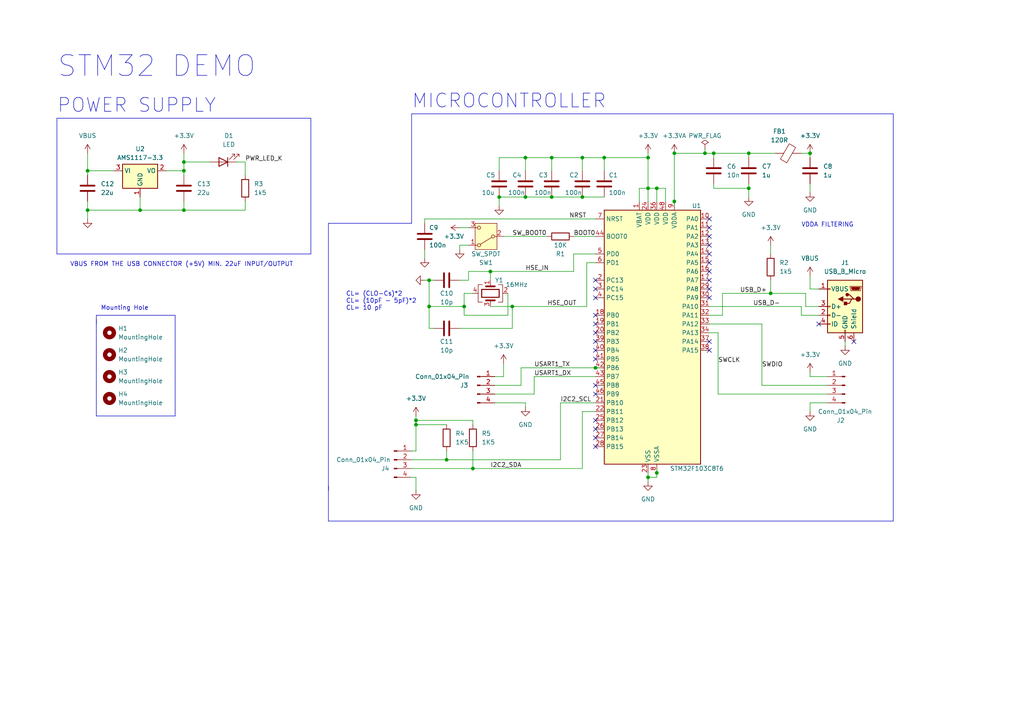
<source format=kicad_sch>
(kicad_sch (version 20230121) (generator eeschema)

  (uuid a009b891-f152-4a1c-a5b2-93edfa991d37)

  (paper "A4")

  (title_block
    (title "STM32 DEMO")
    (date "2024-01-09")
    (rev "0.1")
    (company "Ricardo Ugalde")
  )

  (lib_symbols
    (symbol "Connector:Conn_01x04_Pin" (pin_names (offset 1.016) hide) (in_bom yes) (on_board yes)
      (property "Reference" "J" (at 0 5.08 0)
        (effects (font (size 1.27 1.27)))
      )
      (property "Value" "Conn_01x04_Pin" (at 0 -7.62 0)
        (effects (font (size 1.27 1.27)))
      )
      (property "Footprint" "" (at 0 0 0)
        (effects (font (size 1.27 1.27)) hide)
      )
      (property "Datasheet" "~" (at 0 0 0)
        (effects (font (size 1.27 1.27)) hide)
      )
      (property "ki_locked" "" (at 0 0 0)
        (effects (font (size 1.27 1.27)))
      )
      (property "ki_keywords" "connector" (at 0 0 0)
        (effects (font (size 1.27 1.27)) hide)
      )
      (property "ki_description" "Generic connector, single row, 01x04, script generated" (at 0 0 0)
        (effects (font (size 1.27 1.27)) hide)
      )
      (property "ki_fp_filters" "Connector*:*_1x??_*" (at 0 0 0)
        (effects (font (size 1.27 1.27)) hide)
      )
      (symbol "Conn_01x04_Pin_1_1"
        (polyline
          (pts
            (xy 1.27 -5.08)
            (xy 0.8636 -5.08)
          )
          (stroke (width 0.1524) (type default))
          (fill (type none))
        )
        (polyline
          (pts
            (xy 1.27 -2.54)
            (xy 0.8636 -2.54)
          )
          (stroke (width 0.1524) (type default))
          (fill (type none))
        )
        (polyline
          (pts
            (xy 1.27 0)
            (xy 0.8636 0)
          )
          (stroke (width 0.1524) (type default))
          (fill (type none))
        )
        (polyline
          (pts
            (xy 1.27 2.54)
            (xy 0.8636 2.54)
          )
          (stroke (width 0.1524) (type default))
          (fill (type none))
        )
        (rectangle (start 0.8636 -4.953) (end 0 -5.207)
          (stroke (width 0.1524) (type default))
          (fill (type outline))
        )
        (rectangle (start 0.8636 -2.413) (end 0 -2.667)
          (stroke (width 0.1524) (type default))
          (fill (type outline))
        )
        (rectangle (start 0.8636 0.127) (end 0 -0.127)
          (stroke (width 0.1524) (type default))
          (fill (type outline))
        )
        (rectangle (start 0.8636 2.667) (end 0 2.413)
          (stroke (width 0.1524) (type default))
          (fill (type outline))
        )
        (pin passive line (at 5.08 2.54 180) (length 3.81)
          (name "Pin_1" (effects (font (size 1.27 1.27))))
          (number "1" (effects (font (size 1.27 1.27))))
        )
        (pin passive line (at 5.08 0 180) (length 3.81)
          (name "Pin_2" (effects (font (size 1.27 1.27))))
          (number "2" (effects (font (size 1.27 1.27))))
        )
        (pin passive line (at 5.08 -2.54 180) (length 3.81)
          (name "Pin_3" (effects (font (size 1.27 1.27))))
          (number "3" (effects (font (size 1.27 1.27))))
        )
        (pin passive line (at 5.08 -5.08 180) (length 3.81)
          (name "Pin_4" (effects (font (size 1.27 1.27))))
          (number "4" (effects (font (size 1.27 1.27))))
        )
      )
    )
    (symbol "Connector:USB_B_Micro" (pin_names (offset 1.016)) (in_bom yes) (on_board yes)
      (property "Reference" "J" (at -5.08 11.43 0)
        (effects (font (size 1.27 1.27)) (justify left))
      )
      (property "Value" "USB_B_Micro" (at -5.08 8.89 0)
        (effects (font (size 1.27 1.27)) (justify left))
      )
      (property "Footprint" "" (at 3.81 -1.27 0)
        (effects (font (size 1.27 1.27)) hide)
      )
      (property "Datasheet" "~" (at 3.81 -1.27 0)
        (effects (font (size 1.27 1.27)) hide)
      )
      (property "ki_keywords" "connector USB micro" (at 0 0 0)
        (effects (font (size 1.27 1.27)) hide)
      )
      (property "ki_description" "USB Micro Type B connector" (at 0 0 0)
        (effects (font (size 1.27 1.27)) hide)
      )
      (property "ki_fp_filters" "USB*" (at 0 0 0)
        (effects (font (size 1.27 1.27)) hide)
      )
      (symbol "USB_B_Micro_0_1"
        (rectangle (start -5.08 -7.62) (end 5.08 7.62)
          (stroke (width 0.254) (type default))
          (fill (type background))
        )
        (circle (center -3.81 2.159) (radius 0.635)
          (stroke (width 0.254) (type default))
          (fill (type outline))
        )
        (circle (center -0.635 3.429) (radius 0.381)
          (stroke (width 0.254) (type default))
          (fill (type outline))
        )
        (rectangle (start -0.127 -7.62) (end 0.127 -6.858)
          (stroke (width 0) (type default))
          (fill (type none))
        )
        (polyline
          (pts
            (xy -1.905 2.159)
            (xy 0.635 2.159)
          )
          (stroke (width 0.254) (type default))
          (fill (type none))
        )
        (polyline
          (pts
            (xy -3.175 2.159)
            (xy -2.54 2.159)
            (xy -1.27 3.429)
            (xy -0.635 3.429)
          )
          (stroke (width 0.254) (type default))
          (fill (type none))
        )
        (polyline
          (pts
            (xy -2.54 2.159)
            (xy -1.905 2.159)
            (xy -1.27 0.889)
            (xy 0 0.889)
          )
          (stroke (width 0.254) (type default))
          (fill (type none))
        )
        (polyline
          (pts
            (xy 0.635 2.794)
            (xy 0.635 1.524)
            (xy 1.905 2.159)
            (xy 0.635 2.794)
          )
          (stroke (width 0.254) (type default))
          (fill (type outline))
        )
        (polyline
          (pts
            (xy -4.318 5.588)
            (xy -1.778 5.588)
            (xy -2.032 4.826)
            (xy -4.064 4.826)
            (xy -4.318 5.588)
          )
          (stroke (width 0) (type default))
          (fill (type outline))
        )
        (polyline
          (pts
            (xy -4.699 5.842)
            (xy -4.699 5.588)
            (xy -4.445 4.826)
            (xy -4.445 4.572)
            (xy -1.651 4.572)
            (xy -1.651 4.826)
            (xy -1.397 5.588)
            (xy -1.397 5.842)
            (xy -4.699 5.842)
          )
          (stroke (width 0) (type default))
          (fill (type none))
        )
        (rectangle (start 0.254 1.27) (end -0.508 0.508)
          (stroke (width 0.254) (type default))
          (fill (type outline))
        )
        (rectangle (start 5.08 -5.207) (end 4.318 -4.953)
          (stroke (width 0) (type default))
          (fill (type none))
        )
        (rectangle (start 5.08 -2.667) (end 4.318 -2.413)
          (stroke (width 0) (type default))
          (fill (type none))
        )
        (rectangle (start 5.08 -0.127) (end 4.318 0.127)
          (stroke (width 0) (type default))
          (fill (type none))
        )
        (rectangle (start 5.08 4.953) (end 4.318 5.207)
          (stroke (width 0) (type default))
          (fill (type none))
        )
      )
      (symbol "USB_B_Micro_1_1"
        (pin power_out line (at 7.62 5.08 180) (length 2.54)
          (name "VBUS" (effects (font (size 1.27 1.27))))
          (number "1" (effects (font (size 1.27 1.27))))
        )
        (pin bidirectional line (at 7.62 -2.54 180) (length 2.54)
          (name "D-" (effects (font (size 1.27 1.27))))
          (number "2" (effects (font (size 1.27 1.27))))
        )
        (pin bidirectional line (at 7.62 0 180) (length 2.54)
          (name "D+" (effects (font (size 1.27 1.27))))
          (number "3" (effects (font (size 1.27 1.27))))
        )
        (pin passive line (at 7.62 -5.08 180) (length 2.54)
          (name "ID" (effects (font (size 1.27 1.27))))
          (number "4" (effects (font (size 1.27 1.27))))
        )
        (pin power_out line (at 0 -10.16 90) (length 2.54)
          (name "GND" (effects (font (size 1.27 1.27))))
          (number "5" (effects (font (size 1.27 1.27))))
        )
        (pin passive line (at -2.54 -10.16 90) (length 2.54)
          (name "Shield" (effects (font (size 1.27 1.27))))
          (number "6" (effects (font (size 1.27 1.27))))
        )
      )
    )
    (symbol "Device:C" (pin_numbers hide) (pin_names (offset 0.254)) (in_bom yes) (on_board yes)
      (property "Reference" "C" (at 0.635 2.54 0)
        (effects (font (size 1.27 1.27)) (justify left))
      )
      (property "Value" "C" (at 0.635 -2.54 0)
        (effects (font (size 1.27 1.27)) (justify left))
      )
      (property "Footprint" "" (at 0.9652 -3.81 0)
        (effects (font (size 1.27 1.27)) hide)
      )
      (property "Datasheet" "~" (at 0 0 0)
        (effects (font (size 1.27 1.27)) hide)
      )
      (property "ki_keywords" "cap capacitor" (at 0 0 0)
        (effects (font (size 1.27 1.27)) hide)
      )
      (property "ki_description" "Unpolarized capacitor" (at 0 0 0)
        (effects (font (size 1.27 1.27)) hide)
      )
      (property "ki_fp_filters" "C_*" (at 0 0 0)
        (effects (font (size 1.27 1.27)) hide)
      )
      (symbol "C_0_1"
        (polyline
          (pts
            (xy -2.032 -0.762)
            (xy 2.032 -0.762)
          )
          (stroke (width 0.508) (type default))
          (fill (type none))
        )
        (polyline
          (pts
            (xy -2.032 0.762)
            (xy 2.032 0.762)
          )
          (stroke (width 0.508) (type default))
          (fill (type none))
        )
      )
      (symbol "C_1_1"
        (pin passive line (at 0 3.81 270) (length 2.794)
          (name "~" (effects (font (size 1.27 1.27))))
          (number "1" (effects (font (size 1.27 1.27))))
        )
        (pin passive line (at 0 -3.81 90) (length 2.794)
          (name "~" (effects (font (size 1.27 1.27))))
          (number "2" (effects (font (size 1.27 1.27))))
        )
      )
    )
    (symbol "Device:Crystal_GND24" (pin_names (offset 1.016) hide) (in_bom yes) (on_board yes)
      (property "Reference" "Y" (at 3.175 5.08 0)
        (effects (font (size 1.27 1.27)) (justify left))
      )
      (property "Value" "Crystal_GND24" (at 3.175 3.175 0)
        (effects (font (size 1.27 1.27)) (justify left))
      )
      (property "Footprint" "" (at 0 0 0)
        (effects (font (size 1.27 1.27)) hide)
      )
      (property "Datasheet" "~" (at 0 0 0)
        (effects (font (size 1.27 1.27)) hide)
      )
      (property "ki_keywords" "quartz ceramic resonator oscillator" (at 0 0 0)
        (effects (font (size 1.27 1.27)) hide)
      )
      (property "ki_description" "Four pin crystal, GND on pins 2 and 4" (at 0 0 0)
        (effects (font (size 1.27 1.27)) hide)
      )
      (property "ki_fp_filters" "Crystal*" (at 0 0 0)
        (effects (font (size 1.27 1.27)) hide)
      )
      (symbol "Crystal_GND24_0_1"
        (rectangle (start -1.143 2.54) (end 1.143 -2.54)
          (stroke (width 0.3048) (type default))
          (fill (type none))
        )
        (polyline
          (pts
            (xy -2.54 0)
            (xy -2.032 0)
          )
          (stroke (width 0) (type default))
          (fill (type none))
        )
        (polyline
          (pts
            (xy -2.032 -1.27)
            (xy -2.032 1.27)
          )
          (stroke (width 0.508) (type default))
          (fill (type none))
        )
        (polyline
          (pts
            (xy 0 -3.81)
            (xy 0 -3.556)
          )
          (stroke (width 0) (type default))
          (fill (type none))
        )
        (polyline
          (pts
            (xy 0 3.556)
            (xy 0 3.81)
          )
          (stroke (width 0) (type default))
          (fill (type none))
        )
        (polyline
          (pts
            (xy 2.032 -1.27)
            (xy 2.032 1.27)
          )
          (stroke (width 0.508) (type default))
          (fill (type none))
        )
        (polyline
          (pts
            (xy 2.032 0)
            (xy 2.54 0)
          )
          (stroke (width 0) (type default))
          (fill (type none))
        )
        (polyline
          (pts
            (xy -2.54 -2.286)
            (xy -2.54 -3.556)
            (xy 2.54 -3.556)
            (xy 2.54 -2.286)
          )
          (stroke (width 0) (type default))
          (fill (type none))
        )
        (polyline
          (pts
            (xy -2.54 2.286)
            (xy -2.54 3.556)
            (xy 2.54 3.556)
            (xy 2.54 2.286)
          )
          (stroke (width 0) (type default))
          (fill (type none))
        )
      )
      (symbol "Crystal_GND24_1_1"
        (pin passive line (at -3.81 0 0) (length 1.27)
          (name "1" (effects (font (size 1.27 1.27))))
          (number "1" (effects (font (size 1.27 1.27))))
        )
        (pin passive line (at 0 5.08 270) (length 1.27)
          (name "2" (effects (font (size 1.27 1.27))))
          (number "2" (effects (font (size 1.27 1.27))))
        )
        (pin passive line (at 3.81 0 180) (length 1.27)
          (name "3" (effects (font (size 1.27 1.27))))
          (number "3" (effects (font (size 1.27 1.27))))
        )
        (pin passive line (at 0 -5.08 90) (length 1.27)
          (name "4" (effects (font (size 1.27 1.27))))
          (number "4" (effects (font (size 1.27 1.27))))
        )
      )
    )
    (symbol "Device:FerriteBead" (pin_numbers hide) (pin_names (offset 0)) (in_bom yes) (on_board yes)
      (property "Reference" "FB" (at -3.81 0.635 90)
        (effects (font (size 1.27 1.27)))
      )
      (property "Value" "FerriteBead" (at 3.81 0 90)
        (effects (font (size 1.27 1.27)))
      )
      (property "Footprint" "" (at -1.778 0 90)
        (effects (font (size 1.27 1.27)) hide)
      )
      (property "Datasheet" "~" (at 0 0 0)
        (effects (font (size 1.27 1.27)) hide)
      )
      (property "ki_keywords" "L ferrite bead inductor filter" (at 0 0 0)
        (effects (font (size 1.27 1.27)) hide)
      )
      (property "ki_description" "Ferrite bead" (at 0 0 0)
        (effects (font (size 1.27 1.27)) hide)
      )
      (property "ki_fp_filters" "Inductor_* L_* *Ferrite*" (at 0 0 0)
        (effects (font (size 1.27 1.27)) hide)
      )
      (symbol "FerriteBead_0_1"
        (polyline
          (pts
            (xy 0 -1.27)
            (xy 0 -1.2192)
          )
          (stroke (width 0) (type default))
          (fill (type none))
        )
        (polyline
          (pts
            (xy 0 1.27)
            (xy 0 1.2954)
          )
          (stroke (width 0) (type default))
          (fill (type none))
        )
        (polyline
          (pts
            (xy -2.7686 0.4064)
            (xy -1.7018 2.2606)
            (xy 2.7686 -0.3048)
            (xy 1.6764 -2.159)
            (xy -2.7686 0.4064)
          )
          (stroke (width 0) (type default))
          (fill (type none))
        )
      )
      (symbol "FerriteBead_1_1"
        (pin passive line (at 0 3.81 270) (length 2.54)
          (name "~" (effects (font (size 1.27 1.27))))
          (number "1" (effects (font (size 1.27 1.27))))
        )
        (pin passive line (at 0 -3.81 90) (length 2.54)
          (name "~" (effects (font (size 1.27 1.27))))
          (number "2" (effects (font (size 1.27 1.27))))
        )
      )
    )
    (symbol "Device:LED" (pin_numbers hide) (pin_names (offset 1.016) hide) (in_bom yes) (on_board yes)
      (property "Reference" "D" (at 0 2.54 0)
        (effects (font (size 1.27 1.27)))
      )
      (property "Value" "LED" (at 0 -2.54 0)
        (effects (font (size 1.27 1.27)))
      )
      (property "Footprint" "" (at 0 0 0)
        (effects (font (size 1.27 1.27)) hide)
      )
      (property "Datasheet" "~" (at 0 0 0)
        (effects (font (size 1.27 1.27)) hide)
      )
      (property "ki_keywords" "LED diode" (at 0 0 0)
        (effects (font (size 1.27 1.27)) hide)
      )
      (property "ki_description" "Light emitting diode" (at 0 0 0)
        (effects (font (size 1.27 1.27)) hide)
      )
      (property "ki_fp_filters" "LED* LED_SMD:* LED_THT:*" (at 0 0 0)
        (effects (font (size 1.27 1.27)) hide)
      )
      (symbol "LED_0_1"
        (polyline
          (pts
            (xy -1.27 -1.27)
            (xy -1.27 1.27)
          )
          (stroke (width 0.254) (type default))
          (fill (type none))
        )
        (polyline
          (pts
            (xy -1.27 0)
            (xy 1.27 0)
          )
          (stroke (width 0) (type default))
          (fill (type none))
        )
        (polyline
          (pts
            (xy 1.27 -1.27)
            (xy 1.27 1.27)
            (xy -1.27 0)
            (xy 1.27 -1.27)
          )
          (stroke (width 0.254) (type default))
          (fill (type none))
        )
        (polyline
          (pts
            (xy -3.048 -0.762)
            (xy -4.572 -2.286)
            (xy -3.81 -2.286)
            (xy -4.572 -2.286)
            (xy -4.572 -1.524)
          )
          (stroke (width 0) (type default))
          (fill (type none))
        )
        (polyline
          (pts
            (xy -1.778 -0.762)
            (xy -3.302 -2.286)
            (xy -2.54 -2.286)
            (xy -3.302 -2.286)
            (xy -3.302 -1.524)
          )
          (stroke (width 0) (type default))
          (fill (type none))
        )
      )
      (symbol "LED_1_1"
        (pin passive line (at -3.81 0 0) (length 2.54)
          (name "K" (effects (font (size 1.27 1.27))))
          (number "1" (effects (font (size 1.27 1.27))))
        )
        (pin passive line (at 3.81 0 180) (length 2.54)
          (name "A" (effects (font (size 1.27 1.27))))
          (number "2" (effects (font (size 1.27 1.27))))
        )
      )
    )
    (symbol "Device:R" (pin_numbers hide) (pin_names (offset 0)) (in_bom yes) (on_board yes)
      (property "Reference" "R" (at 2.032 0 90)
        (effects (font (size 1.27 1.27)))
      )
      (property "Value" "R" (at 0 0 90)
        (effects (font (size 1.27 1.27)))
      )
      (property "Footprint" "" (at -1.778 0 90)
        (effects (font (size 1.27 1.27)) hide)
      )
      (property "Datasheet" "~" (at 0 0 0)
        (effects (font (size 1.27 1.27)) hide)
      )
      (property "ki_keywords" "R res resistor" (at 0 0 0)
        (effects (font (size 1.27 1.27)) hide)
      )
      (property "ki_description" "Resistor" (at 0 0 0)
        (effects (font (size 1.27 1.27)) hide)
      )
      (property "ki_fp_filters" "R_*" (at 0 0 0)
        (effects (font (size 1.27 1.27)) hide)
      )
      (symbol "R_0_1"
        (rectangle (start -1.016 -2.54) (end 1.016 2.54)
          (stroke (width 0.254) (type default))
          (fill (type none))
        )
      )
      (symbol "R_1_1"
        (pin passive line (at 0 3.81 270) (length 1.27)
          (name "~" (effects (font (size 1.27 1.27))))
          (number "1" (effects (font (size 1.27 1.27))))
        )
        (pin passive line (at 0 -3.81 90) (length 1.27)
          (name "~" (effects (font (size 1.27 1.27))))
          (number "2" (effects (font (size 1.27 1.27))))
        )
      )
    )
    (symbol "MCU_ST_STM32F1:STM32F103C8Tx" (in_bom yes) (on_board yes)
      (property "Reference" "U" (at -12.7 39.37 0)
        (effects (font (size 1.27 1.27)) (justify left))
      )
      (property "Value" "STM32F103C8Tx" (at 10.16 39.37 0)
        (effects (font (size 1.27 1.27)) (justify left))
      )
      (property "Footprint" "Package_QFP:LQFP-48_7x7mm_P0.5mm" (at -12.7 -35.56 0)
        (effects (font (size 1.27 1.27)) (justify right) hide)
      )
      (property "Datasheet" "https://www.st.com/resource/en/datasheet/stm32f103c8.pdf" (at 0 0 0)
        (effects (font (size 1.27 1.27)) hide)
      )
      (property "ki_locked" "" (at 0 0 0)
        (effects (font (size 1.27 1.27)))
      )
      (property "ki_keywords" "Arm Cortex-M3 STM32F1 STM32F103" (at 0 0 0)
        (effects (font (size 1.27 1.27)) hide)
      )
      (property "ki_description" "STMicroelectronics Arm Cortex-M3 MCU, 64KB flash, 20KB RAM, 72 MHz, 2.0-3.6V, 37 GPIO, LQFP48" (at 0 0 0)
        (effects (font (size 1.27 1.27)) hide)
      )
      (property "ki_fp_filters" "LQFP*7x7mm*P0.5mm*" (at 0 0 0)
        (effects (font (size 1.27 1.27)) hide)
      )
      (symbol "STM32F103C8Tx_0_1"
        (rectangle (start -12.7 -35.56) (end 15.24 38.1)
          (stroke (width 0.254) (type default))
          (fill (type background))
        )
      )
      (symbol "STM32F103C8Tx_1_1"
        (pin power_in line (at -2.54 40.64 270) (length 2.54)
          (name "VBAT" (effects (font (size 1.27 1.27))))
          (number "1" (effects (font (size 1.27 1.27))))
        )
        (pin bidirectional line (at 17.78 35.56 180) (length 2.54)
          (name "PA0" (effects (font (size 1.27 1.27))))
          (number "10" (effects (font (size 1.27 1.27))))
          (alternate "ADC1_IN0" bidirectional line)
          (alternate "ADC2_IN0" bidirectional line)
          (alternate "SYS_WKUP" bidirectional line)
          (alternate "TIM2_CH1" bidirectional line)
          (alternate "TIM2_ETR" bidirectional line)
          (alternate "USART2_CTS" bidirectional line)
        )
        (pin bidirectional line (at 17.78 33.02 180) (length 2.54)
          (name "PA1" (effects (font (size 1.27 1.27))))
          (number "11" (effects (font (size 1.27 1.27))))
          (alternate "ADC1_IN1" bidirectional line)
          (alternate "ADC2_IN1" bidirectional line)
          (alternate "TIM2_CH2" bidirectional line)
          (alternate "USART2_RTS" bidirectional line)
        )
        (pin bidirectional line (at 17.78 30.48 180) (length 2.54)
          (name "PA2" (effects (font (size 1.27 1.27))))
          (number "12" (effects (font (size 1.27 1.27))))
          (alternate "ADC1_IN2" bidirectional line)
          (alternate "ADC2_IN2" bidirectional line)
          (alternate "TIM2_CH3" bidirectional line)
          (alternate "USART2_TX" bidirectional line)
        )
        (pin bidirectional line (at 17.78 27.94 180) (length 2.54)
          (name "PA3" (effects (font (size 1.27 1.27))))
          (number "13" (effects (font (size 1.27 1.27))))
          (alternate "ADC1_IN3" bidirectional line)
          (alternate "ADC2_IN3" bidirectional line)
          (alternate "TIM2_CH4" bidirectional line)
          (alternate "USART2_RX" bidirectional line)
        )
        (pin bidirectional line (at 17.78 25.4 180) (length 2.54)
          (name "PA4" (effects (font (size 1.27 1.27))))
          (number "14" (effects (font (size 1.27 1.27))))
          (alternate "ADC1_IN4" bidirectional line)
          (alternate "ADC2_IN4" bidirectional line)
          (alternate "SPI1_NSS" bidirectional line)
          (alternate "USART2_CK" bidirectional line)
        )
        (pin bidirectional line (at 17.78 22.86 180) (length 2.54)
          (name "PA5" (effects (font (size 1.27 1.27))))
          (number "15" (effects (font (size 1.27 1.27))))
          (alternate "ADC1_IN5" bidirectional line)
          (alternate "ADC2_IN5" bidirectional line)
          (alternate "SPI1_SCK" bidirectional line)
        )
        (pin bidirectional line (at 17.78 20.32 180) (length 2.54)
          (name "PA6" (effects (font (size 1.27 1.27))))
          (number "16" (effects (font (size 1.27 1.27))))
          (alternate "ADC1_IN6" bidirectional line)
          (alternate "ADC2_IN6" bidirectional line)
          (alternate "SPI1_MISO" bidirectional line)
          (alternate "TIM1_BKIN" bidirectional line)
          (alternate "TIM3_CH1" bidirectional line)
        )
        (pin bidirectional line (at 17.78 17.78 180) (length 2.54)
          (name "PA7" (effects (font (size 1.27 1.27))))
          (number "17" (effects (font (size 1.27 1.27))))
          (alternate "ADC1_IN7" bidirectional line)
          (alternate "ADC2_IN7" bidirectional line)
          (alternate "SPI1_MOSI" bidirectional line)
          (alternate "TIM1_CH1N" bidirectional line)
          (alternate "TIM3_CH2" bidirectional line)
        )
        (pin bidirectional line (at -15.24 7.62 0) (length 2.54)
          (name "PB0" (effects (font (size 1.27 1.27))))
          (number "18" (effects (font (size 1.27 1.27))))
          (alternate "ADC1_IN8" bidirectional line)
          (alternate "ADC2_IN8" bidirectional line)
          (alternate "TIM1_CH2N" bidirectional line)
          (alternate "TIM3_CH3" bidirectional line)
        )
        (pin bidirectional line (at -15.24 5.08 0) (length 2.54)
          (name "PB1" (effects (font (size 1.27 1.27))))
          (number "19" (effects (font (size 1.27 1.27))))
          (alternate "ADC1_IN9" bidirectional line)
          (alternate "ADC2_IN9" bidirectional line)
          (alternate "TIM1_CH3N" bidirectional line)
          (alternate "TIM3_CH4" bidirectional line)
        )
        (pin bidirectional line (at -15.24 17.78 0) (length 2.54)
          (name "PC13" (effects (font (size 1.27 1.27))))
          (number "2" (effects (font (size 1.27 1.27))))
          (alternate "RTC_OUT" bidirectional line)
          (alternate "RTC_TAMPER" bidirectional line)
        )
        (pin bidirectional line (at -15.24 2.54 0) (length 2.54)
          (name "PB2" (effects (font (size 1.27 1.27))))
          (number "20" (effects (font (size 1.27 1.27))))
        )
        (pin bidirectional line (at -15.24 -17.78 0) (length 2.54)
          (name "PB10" (effects (font (size 1.27 1.27))))
          (number "21" (effects (font (size 1.27 1.27))))
          (alternate "I2C2_SCL" bidirectional line)
          (alternate "TIM2_CH3" bidirectional line)
          (alternate "USART3_TX" bidirectional line)
        )
        (pin bidirectional line (at -15.24 -20.32 0) (length 2.54)
          (name "PB11" (effects (font (size 1.27 1.27))))
          (number "22" (effects (font (size 1.27 1.27))))
          (alternate "ADC1_EXTI11" bidirectional line)
          (alternate "ADC2_EXTI11" bidirectional line)
          (alternate "I2C2_SDA" bidirectional line)
          (alternate "TIM2_CH4" bidirectional line)
          (alternate "USART3_RX" bidirectional line)
        )
        (pin power_in line (at 0 -38.1 90) (length 2.54)
          (name "VSS" (effects (font (size 1.27 1.27))))
          (number "23" (effects (font (size 1.27 1.27))))
        )
        (pin power_in line (at 0 40.64 270) (length 2.54)
          (name "VDD" (effects (font (size 1.27 1.27))))
          (number "24" (effects (font (size 1.27 1.27))))
        )
        (pin bidirectional line (at -15.24 -22.86 0) (length 2.54)
          (name "PB12" (effects (font (size 1.27 1.27))))
          (number "25" (effects (font (size 1.27 1.27))))
          (alternate "I2C2_SMBA" bidirectional line)
          (alternate "SPI2_NSS" bidirectional line)
          (alternate "TIM1_BKIN" bidirectional line)
          (alternate "USART3_CK" bidirectional line)
        )
        (pin bidirectional line (at -15.24 -25.4 0) (length 2.54)
          (name "PB13" (effects (font (size 1.27 1.27))))
          (number "26" (effects (font (size 1.27 1.27))))
          (alternate "SPI2_SCK" bidirectional line)
          (alternate "TIM1_CH1N" bidirectional line)
          (alternate "USART3_CTS" bidirectional line)
        )
        (pin bidirectional line (at -15.24 -27.94 0) (length 2.54)
          (name "PB14" (effects (font (size 1.27 1.27))))
          (number "27" (effects (font (size 1.27 1.27))))
          (alternate "SPI2_MISO" bidirectional line)
          (alternate "TIM1_CH2N" bidirectional line)
          (alternate "USART3_RTS" bidirectional line)
        )
        (pin bidirectional line (at -15.24 -30.48 0) (length 2.54)
          (name "PB15" (effects (font (size 1.27 1.27))))
          (number "28" (effects (font (size 1.27 1.27))))
          (alternate "ADC1_EXTI15" bidirectional line)
          (alternate "ADC2_EXTI15" bidirectional line)
          (alternate "SPI2_MOSI" bidirectional line)
          (alternate "TIM1_CH3N" bidirectional line)
        )
        (pin bidirectional line (at 17.78 15.24 180) (length 2.54)
          (name "PA8" (effects (font (size 1.27 1.27))))
          (number "29" (effects (font (size 1.27 1.27))))
          (alternate "RCC_MCO" bidirectional line)
          (alternate "TIM1_CH1" bidirectional line)
          (alternate "USART1_CK" bidirectional line)
        )
        (pin bidirectional line (at -15.24 15.24 0) (length 2.54)
          (name "PC14" (effects (font (size 1.27 1.27))))
          (number "3" (effects (font (size 1.27 1.27))))
          (alternate "RCC_OSC32_IN" bidirectional line)
        )
        (pin bidirectional line (at 17.78 12.7 180) (length 2.54)
          (name "PA9" (effects (font (size 1.27 1.27))))
          (number "30" (effects (font (size 1.27 1.27))))
          (alternate "TIM1_CH2" bidirectional line)
          (alternate "USART1_TX" bidirectional line)
        )
        (pin bidirectional line (at 17.78 10.16 180) (length 2.54)
          (name "PA10" (effects (font (size 1.27 1.27))))
          (number "31" (effects (font (size 1.27 1.27))))
          (alternate "TIM1_CH3" bidirectional line)
          (alternate "USART1_RX" bidirectional line)
        )
        (pin bidirectional line (at 17.78 7.62 180) (length 2.54)
          (name "PA11" (effects (font (size 1.27 1.27))))
          (number "32" (effects (font (size 1.27 1.27))))
          (alternate "ADC1_EXTI11" bidirectional line)
          (alternate "ADC2_EXTI11" bidirectional line)
          (alternate "CAN_RX" bidirectional line)
          (alternate "TIM1_CH4" bidirectional line)
          (alternate "USART1_CTS" bidirectional line)
          (alternate "USB_DM" bidirectional line)
        )
        (pin bidirectional line (at 17.78 5.08 180) (length 2.54)
          (name "PA12" (effects (font (size 1.27 1.27))))
          (number "33" (effects (font (size 1.27 1.27))))
          (alternate "CAN_TX" bidirectional line)
          (alternate "TIM1_ETR" bidirectional line)
          (alternate "USART1_RTS" bidirectional line)
          (alternate "USB_DP" bidirectional line)
        )
        (pin bidirectional line (at 17.78 2.54 180) (length 2.54)
          (name "PA13" (effects (font (size 1.27 1.27))))
          (number "34" (effects (font (size 1.27 1.27))))
          (alternate "SYS_JTMS-SWDIO" bidirectional line)
        )
        (pin passive line (at 0 -38.1 90) (length 2.54) hide
          (name "VSS" (effects (font (size 1.27 1.27))))
          (number "35" (effects (font (size 1.27 1.27))))
        )
        (pin power_in line (at 2.54 40.64 270) (length 2.54)
          (name "VDD" (effects (font (size 1.27 1.27))))
          (number "36" (effects (font (size 1.27 1.27))))
        )
        (pin bidirectional line (at 17.78 0 180) (length 2.54)
          (name "PA14" (effects (font (size 1.27 1.27))))
          (number "37" (effects (font (size 1.27 1.27))))
          (alternate "SYS_JTCK-SWCLK" bidirectional line)
        )
        (pin bidirectional line (at 17.78 -2.54 180) (length 2.54)
          (name "PA15" (effects (font (size 1.27 1.27))))
          (number "38" (effects (font (size 1.27 1.27))))
          (alternate "ADC1_EXTI15" bidirectional line)
          (alternate "ADC2_EXTI15" bidirectional line)
          (alternate "SPI1_NSS" bidirectional line)
          (alternate "SYS_JTDI" bidirectional line)
          (alternate "TIM2_CH1" bidirectional line)
          (alternate "TIM2_ETR" bidirectional line)
        )
        (pin bidirectional line (at -15.24 0 0) (length 2.54)
          (name "PB3" (effects (font (size 1.27 1.27))))
          (number "39" (effects (font (size 1.27 1.27))))
          (alternate "SPI1_SCK" bidirectional line)
          (alternate "SYS_JTDO-TRACESWO" bidirectional line)
          (alternate "TIM2_CH2" bidirectional line)
        )
        (pin bidirectional line (at -15.24 12.7 0) (length 2.54)
          (name "PC15" (effects (font (size 1.27 1.27))))
          (number "4" (effects (font (size 1.27 1.27))))
          (alternate "ADC1_EXTI15" bidirectional line)
          (alternate "ADC2_EXTI15" bidirectional line)
          (alternate "RCC_OSC32_OUT" bidirectional line)
        )
        (pin bidirectional line (at -15.24 -2.54 0) (length 2.54)
          (name "PB4" (effects (font (size 1.27 1.27))))
          (number "40" (effects (font (size 1.27 1.27))))
          (alternate "SPI1_MISO" bidirectional line)
          (alternate "SYS_NJTRST" bidirectional line)
          (alternate "TIM3_CH1" bidirectional line)
        )
        (pin bidirectional line (at -15.24 -5.08 0) (length 2.54)
          (name "PB5" (effects (font (size 1.27 1.27))))
          (number "41" (effects (font (size 1.27 1.27))))
          (alternate "I2C1_SMBA" bidirectional line)
          (alternate "SPI1_MOSI" bidirectional line)
          (alternate "TIM3_CH2" bidirectional line)
        )
        (pin bidirectional line (at -15.24 -7.62 0) (length 2.54)
          (name "PB6" (effects (font (size 1.27 1.27))))
          (number "42" (effects (font (size 1.27 1.27))))
          (alternate "I2C1_SCL" bidirectional line)
          (alternate "TIM4_CH1" bidirectional line)
          (alternate "USART1_TX" bidirectional line)
        )
        (pin bidirectional line (at -15.24 -10.16 0) (length 2.54)
          (name "PB7" (effects (font (size 1.27 1.27))))
          (number "43" (effects (font (size 1.27 1.27))))
          (alternate "I2C1_SDA" bidirectional line)
          (alternate "TIM4_CH2" bidirectional line)
          (alternate "USART1_RX" bidirectional line)
        )
        (pin input line (at -15.24 30.48 0) (length 2.54)
          (name "BOOT0" (effects (font (size 1.27 1.27))))
          (number "44" (effects (font (size 1.27 1.27))))
        )
        (pin bidirectional line (at -15.24 -12.7 0) (length 2.54)
          (name "PB8" (effects (font (size 1.27 1.27))))
          (number "45" (effects (font (size 1.27 1.27))))
          (alternate "CAN_RX" bidirectional line)
          (alternate "I2C1_SCL" bidirectional line)
          (alternate "TIM4_CH3" bidirectional line)
        )
        (pin bidirectional line (at -15.24 -15.24 0) (length 2.54)
          (name "PB9" (effects (font (size 1.27 1.27))))
          (number "46" (effects (font (size 1.27 1.27))))
          (alternate "CAN_TX" bidirectional line)
          (alternate "I2C1_SDA" bidirectional line)
          (alternate "TIM4_CH4" bidirectional line)
        )
        (pin passive line (at 0 -38.1 90) (length 2.54) hide
          (name "VSS" (effects (font (size 1.27 1.27))))
          (number "47" (effects (font (size 1.27 1.27))))
        )
        (pin power_in line (at 5.08 40.64 270) (length 2.54)
          (name "VDD" (effects (font (size 1.27 1.27))))
          (number "48" (effects (font (size 1.27 1.27))))
        )
        (pin bidirectional line (at -15.24 25.4 0) (length 2.54)
          (name "PD0" (effects (font (size 1.27 1.27))))
          (number "5" (effects (font (size 1.27 1.27))))
          (alternate "RCC_OSC_IN" bidirectional line)
        )
        (pin bidirectional line (at -15.24 22.86 0) (length 2.54)
          (name "PD1" (effects (font (size 1.27 1.27))))
          (number "6" (effects (font (size 1.27 1.27))))
          (alternate "RCC_OSC_OUT" bidirectional line)
        )
        (pin input line (at -15.24 35.56 0) (length 2.54)
          (name "NRST" (effects (font (size 1.27 1.27))))
          (number "7" (effects (font (size 1.27 1.27))))
        )
        (pin power_in line (at 2.54 -38.1 90) (length 2.54)
          (name "VSSA" (effects (font (size 1.27 1.27))))
          (number "8" (effects (font (size 1.27 1.27))))
        )
        (pin power_in line (at 7.62 40.64 270) (length 2.54)
          (name "VDDA" (effects (font (size 1.27 1.27))))
          (number "9" (effects (font (size 1.27 1.27))))
        )
      )
    )
    (symbol "Mechanical:MountingHole" (pin_names (offset 1.016)) (in_bom yes) (on_board yes)
      (property "Reference" "H" (at 0 5.08 0)
        (effects (font (size 1.27 1.27)))
      )
      (property "Value" "MountingHole" (at 0 3.175 0)
        (effects (font (size 1.27 1.27)))
      )
      (property "Footprint" "" (at 0 0 0)
        (effects (font (size 1.27 1.27)) hide)
      )
      (property "Datasheet" "~" (at 0 0 0)
        (effects (font (size 1.27 1.27)) hide)
      )
      (property "ki_keywords" "mounting hole" (at 0 0 0)
        (effects (font (size 1.27 1.27)) hide)
      )
      (property "ki_description" "Mounting Hole without connection" (at 0 0 0)
        (effects (font (size 1.27 1.27)) hide)
      )
      (property "ki_fp_filters" "MountingHole*" (at 0 0 0)
        (effects (font (size 1.27 1.27)) hide)
      )
      (symbol "MountingHole_0_1"
        (circle (center 0 0) (radius 1.27)
          (stroke (width 1.27) (type default))
          (fill (type none))
        )
      )
    )
    (symbol "Regulator_Linear:AMS1117-3.3" (in_bom yes) (on_board yes)
      (property "Reference" "U" (at -3.81 3.175 0)
        (effects (font (size 1.27 1.27)))
      )
      (property "Value" "AMS1117-3.3" (at 0 3.175 0)
        (effects (font (size 1.27 1.27)) (justify left))
      )
      (property "Footprint" "Package_TO_SOT_SMD:SOT-223-3_TabPin2" (at 0 5.08 0)
        (effects (font (size 1.27 1.27)) hide)
      )
      (property "Datasheet" "http://www.advanced-monolithic.com/pdf/ds1117.pdf" (at 2.54 -6.35 0)
        (effects (font (size 1.27 1.27)) hide)
      )
      (property "ki_keywords" "linear regulator ldo fixed positive" (at 0 0 0)
        (effects (font (size 1.27 1.27)) hide)
      )
      (property "ki_description" "1A Low Dropout regulator, positive, 3.3V fixed output, SOT-223" (at 0 0 0)
        (effects (font (size 1.27 1.27)) hide)
      )
      (property "ki_fp_filters" "SOT?223*TabPin2*" (at 0 0 0)
        (effects (font (size 1.27 1.27)) hide)
      )
      (symbol "AMS1117-3.3_0_1"
        (rectangle (start -5.08 -5.08) (end 5.08 1.905)
          (stroke (width 0.254) (type default))
          (fill (type background))
        )
      )
      (symbol "AMS1117-3.3_1_1"
        (pin power_in line (at 0 -7.62 90) (length 2.54)
          (name "GND" (effects (font (size 1.27 1.27))))
          (number "1" (effects (font (size 1.27 1.27))))
        )
        (pin power_out line (at 7.62 0 180) (length 2.54)
          (name "VO" (effects (font (size 1.27 1.27))))
          (number "2" (effects (font (size 1.27 1.27))))
        )
        (pin power_in line (at -7.62 0 0) (length 2.54)
          (name "VI" (effects (font (size 1.27 1.27))))
          (number "3" (effects (font (size 1.27 1.27))))
        )
      )
    )
    (symbol "Switch:SW_SPDT" (pin_names (offset 0) hide) (in_bom yes) (on_board yes)
      (property "Reference" "SW" (at 0 5.08 0)
        (effects (font (size 1.27 1.27)))
      )
      (property "Value" "SW_SPDT" (at 0 -5.08 0)
        (effects (font (size 1.27 1.27)))
      )
      (property "Footprint" "" (at 0 0 0)
        (effects (font (size 1.27 1.27)) hide)
      )
      (property "Datasheet" "~" (at 0 -7.62 0)
        (effects (font (size 1.27 1.27)) hide)
      )
      (property "ki_keywords" "switch single-pole double-throw spdt ON-ON" (at 0 0 0)
        (effects (font (size 1.27 1.27)) hide)
      )
      (property "ki_description" "Switch, single pole double throw" (at 0 0 0)
        (effects (font (size 1.27 1.27)) hide)
      )
      (symbol "SW_SPDT_0_1"
        (circle (center -2.032 0) (radius 0.4572)
          (stroke (width 0) (type default))
          (fill (type none))
        )
        (polyline
          (pts
            (xy -1.651 0.254)
            (xy 1.651 2.286)
          )
          (stroke (width 0) (type default))
          (fill (type none))
        )
        (circle (center 2.032 -2.54) (radius 0.4572)
          (stroke (width 0) (type default))
          (fill (type none))
        )
        (circle (center 2.032 2.54) (radius 0.4572)
          (stroke (width 0) (type default))
          (fill (type none))
        )
      )
      (symbol "SW_SPDT_1_1"
        (rectangle (start -3.175 3.81) (end 3.175 -3.81)
          (stroke (width 0) (type default))
          (fill (type background))
        )
        (pin passive line (at 5.08 2.54 180) (length 2.54)
          (name "A" (effects (font (size 1.27 1.27))))
          (number "1" (effects (font (size 1.27 1.27))))
        )
        (pin passive line (at -5.08 0 0) (length 2.54)
          (name "B" (effects (font (size 1.27 1.27))))
          (number "2" (effects (font (size 1.27 1.27))))
        )
        (pin passive line (at 5.08 -2.54 180) (length 2.54)
          (name "C" (effects (font (size 1.27 1.27))))
          (number "3" (effects (font (size 1.27 1.27))))
        )
      )
    )
    (symbol "power:+3.3V" (power) (pin_names (offset 0)) (in_bom yes) (on_board yes)
      (property "Reference" "#PWR" (at 0 -3.81 0)
        (effects (font (size 1.27 1.27)) hide)
      )
      (property "Value" "+3.3V" (at 0 3.556 0)
        (effects (font (size 1.27 1.27)))
      )
      (property "Footprint" "" (at 0 0 0)
        (effects (font (size 1.27 1.27)) hide)
      )
      (property "Datasheet" "" (at 0 0 0)
        (effects (font (size 1.27 1.27)) hide)
      )
      (property "ki_keywords" "global power" (at 0 0 0)
        (effects (font (size 1.27 1.27)) hide)
      )
      (property "ki_description" "Power symbol creates a global label with name \"+3.3V\"" (at 0 0 0)
        (effects (font (size 1.27 1.27)) hide)
      )
      (symbol "+3.3V_0_1"
        (polyline
          (pts
            (xy -0.762 1.27)
            (xy 0 2.54)
          )
          (stroke (width 0) (type default))
          (fill (type none))
        )
        (polyline
          (pts
            (xy 0 0)
            (xy 0 2.54)
          )
          (stroke (width 0) (type default))
          (fill (type none))
        )
        (polyline
          (pts
            (xy 0 2.54)
            (xy 0.762 1.27)
          )
          (stroke (width 0) (type default))
          (fill (type none))
        )
      )
      (symbol "+3.3V_1_1"
        (pin power_in line (at 0 0 90) (length 0) hide
          (name "+3.3V" (effects (font (size 1.27 1.27))))
          (number "1" (effects (font (size 1.27 1.27))))
        )
      )
    )
    (symbol "power:+3.3VA" (power) (pin_names (offset 0)) (in_bom yes) (on_board yes)
      (property "Reference" "#PWR" (at 0 -3.81 0)
        (effects (font (size 1.27 1.27)) hide)
      )
      (property "Value" "+3.3VA" (at 0 3.556 0)
        (effects (font (size 1.27 1.27)))
      )
      (property "Footprint" "" (at 0 0 0)
        (effects (font (size 1.27 1.27)) hide)
      )
      (property "Datasheet" "" (at 0 0 0)
        (effects (font (size 1.27 1.27)) hide)
      )
      (property "ki_keywords" "global power" (at 0 0 0)
        (effects (font (size 1.27 1.27)) hide)
      )
      (property "ki_description" "Power symbol creates a global label with name \"+3.3VA\"" (at 0 0 0)
        (effects (font (size 1.27 1.27)) hide)
      )
      (symbol "+3.3VA_0_1"
        (polyline
          (pts
            (xy -0.762 1.27)
            (xy 0 2.54)
          )
          (stroke (width 0) (type default))
          (fill (type none))
        )
        (polyline
          (pts
            (xy 0 0)
            (xy 0 2.54)
          )
          (stroke (width 0) (type default))
          (fill (type none))
        )
        (polyline
          (pts
            (xy 0 2.54)
            (xy 0.762 1.27)
          )
          (stroke (width 0) (type default))
          (fill (type none))
        )
      )
      (symbol "+3.3VA_1_1"
        (pin power_in line (at 0 0 90) (length 0) hide
          (name "+3.3VA" (effects (font (size 1.27 1.27))))
          (number "1" (effects (font (size 1.27 1.27))))
        )
      )
    )
    (symbol "power:GND" (power) (pin_names (offset 0)) (in_bom yes) (on_board yes)
      (property "Reference" "#PWR" (at 0 -6.35 0)
        (effects (font (size 1.27 1.27)) hide)
      )
      (property "Value" "GND" (at 0 -3.81 0)
        (effects (font (size 1.27 1.27)))
      )
      (property "Footprint" "" (at 0 0 0)
        (effects (font (size 1.27 1.27)) hide)
      )
      (property "Datasheet" "" (at 0 0 0)
        (effects (font (size 1.27 1.27)) hide)
      )
      (property "ki_keywords" "global power" (at 0 0 0)
        (effects (font (size 1.27 1.27)) hide)
      )
      (property "ki_description" "Power symbol creates a global label with name \"GND\" , ground" (at 0 0 0)
        (effects (font (size 1.27 1.27)) hide)
      )
      (symbol "GND_0_1"
        (polyline
          (pts
            (xy 0 0)
            (xy 0 -1.27)
            (xy 1.27 -1.27)
            (xy 0 -2.54)
            (xy -1.27 -1.27)
            (xy 0 -1.27)
          )
          (stroke (width 0) (type default))
          (fill (type none))
        )
      )
      (symbol "GND_1_1"
        (pin power_in line (at 0 0 270) (length 0) hide
          (name "GND" (effects (font (size 1.27 1.27))))
          (number "1" (effects (font (size 1.27 1.27))))
        )
      )
    )
    (symbol "power:PWR_FLAG" (power) (pin_numbers hide) (pin_names (offset 0) hide) (in_bom yes) (on_board yes)
      (property "Reference" "#FLG" (at 0 1.905 0)
        (effects (font (size 1.27 1.27)) hide)
      )
      (property "Value" "PWR_FLAG" (at 0 3.81 0)
        (effects (font (size 1.27 1.27)))
      )
      (property "Footprint" "" (at 0 0 0)
        (effects (font (size 1.27 1.27)) hide)
      )
      (property "Datasheet" "~" (at 0 0 0)
        (effects (font (size 1.27 1.27)) hide)
      )
      (property "ki_keywords" "flag power" (at 0 0 0)
        (effects (font (size 1.27 1.27)) hide)
      )
      (property "ki_description" "Special symbol for telling ERC where power comes from" (at 0 0 0)
        (effects (font (size 1.27 1.27)) hide)
      )
      (symbol "PWR_FLAG_0_0"
        (pin power_out line (at 0 0 90) (length 0)
          (name "pwr" (effects (font (size 1.27 1.27))))
          (number "1" (effects (font (size 1.27 1.27))))
        )
      )
      (symbol "PWR_FLAG_0_1"
        (polyline
          (pts
            (xy 0 0)
            (xy 0 1.27)
            (xy -1.016 1.905)
            (xy 0 2.54)
            (xy 1.016 1.905)
            (xy 0 1.27)
          )
          (stroke (width 0) (type default))
          (fill (type none))
        )
      )
    )
    (symbol "power:VBUS" (power) (pin_names (offset 0)) (in_bom yes) (on_board yes)
      (property "Reference" "#PWR" (at 0 -3.81 0)
        (effects (font (size 1.27 1.27)) hide)
      )
      (property "Value" "VBUS" (at 0 3.81 0)
        (effects (font (size 1.27 1.27)))
      )
      (property "Footprint" "" (at 0 0 0)
        (effects (font (size 1.27 1.27)) hide)
      )
      (property "Datasheet" "" (at 0 0 0)
        (effects (font (size 1.27 1.27)) hide)
      )
      (property "ki_keywords" "global power" (at 0 0 0)
        (effects (font (size 1.27 1.27)) hide)
      )
      (property "ki_description" "Power symbol creates a global label with name \"VBUS\"" (at 0 0 0)
        (effects (font (size 1.27 1.27)) hide)
      )
      (symbol "VBUS_0_1"
        (polyline
          (pts
            (xy -0.762 1.27)
            (xy 0 2.54)
          )
          (stroke (width 0) (type default))
          (fill (type none))
        )
        (polyline
          (pts
            (xy 0 0)
            (xy 0 2.54)
          )
          (stroke (width 0) (type default))
          (fill (type none))
        )
        (polyline
          (pts
            (xy 0 2.54)
            (xy 0.762 1.27)
          )
          (stroke (width 0) (type default))
          (fill (type none))
        )
      )
      (symbol "VBUS_1_1"
        (pin power_in line (at 0 0 90) (length 0) hide
          (name "VBUS" (effects (font (size 1.27 1.27))))
          (number "1" (effects (font (size 1.27 1.27))))
        )
      )
    )
  )

  (junction (at 187.96 54.61) (diameter 0) (color 0 0 0 0)
    (uuid 00ee9809-a2fb-40b6-af90-44ac74191dd8)
  )
  (junction (at 195.58 58.42) (diameter 0) (color 0 0 0 0)
    (uuid 0287668e-8c7f-4cd7-b746-95a5d59d2225)
  )
  (junction (at 53.34 60.96) (diameter 0) (color 0 0 0 0)
    (uuid 0bdc6e11-344d-485a-8ff3-487405051041)
  )
  (junction (at 160.02 57.15) (diameter 0) (color 0 0 0 0)
    (uuid 13e25a12-3dc6-4faf-813f-c5a2a0698fcc)
  )
  (junction (at 207.01 44.45) (diameter 0) (color 0 0 0 0)
    (uuid 17aba5d3-c780-4387-9781-0b522620173b)
  )
  (junction (at 25.4 49.53) (diameter 0) (color 0 0 0 0)
    (uuid 23e6667b-568d-408f-ac65-e127d8192197)
  )
  (junction (at 217.17 54.61) (diameter 0) (color 0 0 0 0)
    (uuid 316d189d-aaed-4602-8cf9-a8c125bf0ff5)
  )
  (junction (at 120.65 121.92) (diameter 0) (color 0 0 0 0)
    (uuid 336398fa-8dcf-4a41-a9bc-5e8e5ad3ffa0)
  )
  (junction (at 187.96 138.43) (diameter 0) (color 0 0 0 0)
    (uuid 33dfbf5a-aee5-43b9-b9ff-79afdf74de67)
  )
  (junction (at 124.46 81.28) (diameter 0) (color 0 0 0 0)
    (uuid 3accf17b-408c-4ae3-a423-78cf63891801)
  )
  (junction (at 142.24 78.74) (diameter 0) (color 0 0 0 0)
    (uuid 4a9f16b3-e6d2-430c-aeaf-a9df0c2fe20f)
  )
  (junction (at 172.72 106.68) (diameter 0) (color 0 0 0 0)
    (uuid 60d56cff-0e28-4e75-bbec-1e252e2b7503)
  )
  (junction (at 129.54 133.35) (diameter 0) (color 0 0 0 0)
    (uuid 64d1c6bd-c800-421b-911e-ef81ecb5368e)
  )
  (junction (at 53.34 46.99) (diameter 0) (color 0 0 0 0)
    (uuid 691ee6b2-ae88-4958-bb2f-516596d18155)
  )
  (junction (at 190.5 54.61) (diameter 0) (color 0 0 0 0)
    (uuid 6a9fb850-52ed-4d8a-8ee3-c8adddf996b1)
  )
  (junction (at 190.5 137.16) (diameter 0) (color 0 0 0 0)
    (uuid 6e06ddf0-8422-4ed6-ba4b-c44a69540709)
  )
  (junction (at 168.91 57.15) (diameter 0) (color 0 0 0 0)
    (uuid 77356bd8-e214-4269-af50-fafe7158e539)
  )
  (junction (at 137.16 135.89) (diameter 0) (color 0 0 0 0)
    (uuid 7963c464-5082-4344-84fe-728343e14e24)
  )
  (junction (at 40.64 60.96) (diameter 0) (color 0 0 0 0)
    (uuid 89f21265-97c0-4cc8-99cc-a7521fa3e446)
  )
  (junction (at 53.34 49.53) (diameter 0) (color 0 0 0 0)
    (uuid 949af099-3943-494a-b5b5-7c909bcaea61)
  )
  (junction (at 204.47 44.45) (diameter 0) (color 0 0 0 0)
    (uuid 99bca552-0f5f-4aba-a992-c921ecb9fc18)
  )
  (junction (at 160.02 45.72) (diameter 0) (color 0 0 0 0)
    (uuid 9a1dff41-2452-4c3e-be25-0180064defac)
  )
  (junction (at 223.52 85.09) (diameter 0) (color 0 0 0 0)
    (uuid 9e8765fd-5cf5-4994-85da-1d1b90762b6b)
  )
  (junction (at 152.4 45.72) (diameter 0) (color 0 0 0 0)
    (uuid a1d0f4c2-0c13-43f3-9865-92de4dbf309f)
  )
  (junction (at 175.26 45.72) (diameter 0) (color 0 0 0 0)
    (uuid a4ca777d-9acb-4063-9d0a-a1b6299af7f6)
  )
  (junction (at 168.91 45.72) (diameter 0) (color 0 0 0 0)
    (uuid a857a53d-50b3-48bd-8922-f9608eea593d)
  )
  (junction (at 187.96 45.72) (diameter 0) (color 0 0 0 0)
    (uuid aa7ae55e-9a41-4543-abb9-3ab82c78b218)
  )
  (junction (at 120.65 123.19) (diameter 0) (color 0 0 0 0)
    (uuid be20718f-17f0-4b56-9cbe-5c9212f9f02b)
  )
  (junction (at 148.59 88.9) (diameter 0) (color 0 0 0 0)
    (uuid cfc60add-116e-45c1-831a-f29e905a5240)
  )
  (junction (at 25.4 60.96) (diameter 0) (color 0 0 0 0)
    (uuid d9ec0a09-a044-45b2-9891-5048fefb673b)
  )
  (junction (at 152.4 57.15) (diameter 0) (color 0 0 0 0)
    (uuid df47bc79-691a-477b-9e44-5505aede0fa3)
  )
  (junction (at 234.95 44.45) (diameter 0) (color 0 0 0 0)
    (uuid df706129-0ef8-4328-9182-cd21c6392d9c)
  )
  (junction (at 195.58 44.45) (diameter 0) (color 0 0 0 0)
    (uuid e0012b50-496d-4673-a1ee-ebe298df61d4)
  )
  (junction (at 144.78 57.15) (diameter 0) (color 0 0 0 0)
    (uuid ea9bfc88-c216-49eb-b886-c9ba4a522a94)
  )
  (junction (at 134.62 88.9) (diameter 0) (color 0 0 0 0)
    (uuid eed7e7d8-ef05-4665-8972-4afb3a464ffa)
  )
  (junction (at 124.46 88.9) (diameter 0) (color 0 0 0 0)
    (uuid f3ca7b8f-608c-4b8e-99d5-3e105bfdf9d0)
  )
  (junction (at 217.17 44.45) (diameter 0) (color 0 0 0 0)
    (uuid f769f0e4-7080-4c41-8159-3ca4562873a7)
  )

  (no_connect (at 172.72 127) (uuid 0b5a4f48-b17e-4fce-88b3-7d0f7afb31d1))
  (no_connect (at 172.72 129.54) (uuid 0dbb2169-4af8-441d-a7c9-73185beba26f))
  (no_connect (at 172.72 91.44) (uuid 1eabcb31-efd7-4abc-8c46-5b5fcff7cced))
  (no_connect (at 247.65 99.06) (uuid 32f5d9dd-8b2d-4961-ab5a-4b1827fa6116))
  (no_connect (at 172.72 81.28) (uuid 344b5635-156e-4b43-af3e-47c87fd2ce67))
  (no_connect (at 172.72 101.6) (uuid 3811297e-98dc-4db1-8588-6813f9f33041))
  (no_connect (at 205.74 81.28) (uuid 434e1a0a-a73b-4dcc-81b3-a5b79304c4cb))
  (no_connect (at 205.74 66.04) (uuid 4889e848-fdb9-4e41-9174-2a30da9ab1b7))
  (no_connect (at 172.72 99.06) (uuid 4db165cb-40cf-4f6e-b70c-fc61ee87977c))
  (no_connect (at 172.72 86.36) (uuid 543141e5-49f3-4571-b9b4-f3902ea4eaab))
  (no_connect (at 205.74 63.5) (uuid 5431d77f-4535-4f59-9dcc-7f0597b604f5))
  (no_connect (at 205.74 68.58) (uuid 7a984135-36bd-4f64-b663-1c7f8177e75a))
  (no_connect (at 172.72 93.98) (uuid 7bf3a1fd-5bb8-4e9a-a7cc-64485d2596c3))
  (no_connect (at 172.72 111.76) (uuid 7c96e6b2-b2dd-496e-9275-8db739f299e6))
  (no_connect (at 205.74 78.74) (uuid 7ce61d8a-f480-401b-a8f2-bc8aaadacdb9))
  (no_connect (at 172.72 124.46) (uuid 8d49e17e-9bf4-40cf-9ada-3ffc76da4a27))
  (no_connect (at 205.74 73.66) (uuid 91b0faaf-7644-4c11-8daf-67fc1f3b86b0))
  (no_connect (at 205.74 76.2) (uuid 93cce7d3-381b-4eb5-b2d2-4efa1a3b3d17))
  (no_connect (at 172.72 83.82) (uuid 9b0be9d3-93ef-43d8-92ea-50ebe3b7a095))
  (no_connect (at 205.74 83.82) (uuid a30aa6fb-bdca-4d1e-9e45-7834d9e81841))
  (no_connect (at 205.74 99.06) (uuid ab650f80-4001-42fd-abea-fea432d7823f))
  (no_connect (at 172.72 96.52) (uuid b9177d56-b3b7-4566-beac-d5d880609d29))
  (no_connect (at 205.74 71.12) (uuid c41149bc-9e42-49a2-97af-bb8432130117))
  (no_connect (at 205.74 86.36) (uuid c66897b2-0b7f-4f87-aa0c-e7d8262ef968))
  (no_connect (at 172.72 104.14) (uuid ddb6e799-9675-4fb4-8520-549fe56ac9d1))
  (no_connect (at 205.74 101.6) (uuid e413cb6b-1f71-444d-a7c8-4e2a744f4e19))
  (no_connect (at 237.49 93.98) (uuid e8eeffc2-8cac-4482-92bf-b298baade9ab))
  (no_connect (at 172.72 121.92) (uuid ebd22f52-8a3e-4afc-95c8-1972c7eb09ce))
  (no_connect (at 172.72 114.3) (uuid ee2b4c17-d743-42f9-85fc-51b23657549e))

  (wire (pts (xy 25.4 49.53) (xy 33.02 49.53))
    (stroke (width 0) (type default))
    (uuid 025f6908-fa07-4ae8-baa0-1700ef85e9f1)
  )
  (wire (pts (xy 205.74 88.9) (xy 232.41 88.9))
    (stroke (width 0) (type default))
    (uuid 036e6c06-210d-4eac-9526-d4f0b314818a)
  )
  (polyline (pts (xy 27.94 91.44) (xy 27.94 93.98))
    (stroke (width 0) (type default))
    (uuid 0661cc95-1670-4341-9c0f-0d88e2557e41)
  )

  (wire (pts (xy 71.12 46.99) (xy 71.12 50.8))
    (stroke (width 0) (type default))
    (uuid 0781fdb8-70c0-41cd-b4a2-084b0f4b7a66)
  )
  (wire (pts (xy 154.94 114.3) (xy 154.94 109.22))
    (stroke (width 0) (type default))
    (uuid 086867e0-8bc4-49aa-9743-daa349804f92)
  )
  (wire (pts (xy 208.28 114.3) (xy 240.03 114.3))
    (stroke (width 0) (type default))
    (uuid 096b274f-d38a-471f-a0ba-0aaf80b1e473)
  )
  (wire (pts (xy 53.34 44.45) (xy 53.34 46.99))
    (stroke (width 0) (type default))
    (uuid 0a0c8ffc-ca0b-4d8f-960e-c11608531b7c)
  )
  (wire (pts (xy 120.65 121.92) (xy 120.65 120.65))
    (stroke (width 0) (type default))
    (uuid 0a47b841-a452-42e5-a87a-30e354823494)
  )
  (wire (pts (xy 168.91 57.15) (xy 175.26 57.15))
    (stroke (width 0) (type default))
    (uuid 0a6c0842-d7d7-49bb-8503-3c7d20c1d5c9)
  )
  (wire (pts (xy 207.01 54.61) (xy 217.17 54.61))
    (stroke (width 0) (type default))
    (uuid 0b189855-0dd7-4c7d-ab34-13f5c0facd83)
  )
  (wire (pts (xy 120.65 130.81) (xy 120.65 123.19))
    (stroke (width 0) (type default))
    (uuid 0c0d10bd-7304-46f2-bce9-19874e733fda)
  )
  (polyline (pts (xy 50.8 91.44) (xy 27.94 91.44))
    (stroke (width 0) (type default))
    (uuid 0c8cccf4-fddc-46ba-bacd-c1e6a9acb49e)
  )

  (wire (pts (xy 137.16 135.89) (xy 168.91 135.89))
    (stroke (width 0) (type default))
    (uuid 10622fa5-28c3-4ede-8beb-8b9bf3f36a26)
  )
  (wire (pts (xy 185.42 58.42) (xy 185.42 54.61))
    (stroke (width 0) (type default))
    (uuid 12cadd4e-d9b9-4d9c-82c3-108213751f33)
  )
  (wire (pts (xy 187.96 138.43) (xy 190.5 138.43))
    (stroke (width 0) (type default))
    (uuid 15a397b9-e69c-4856-b451-43bf49131676)
  )
  (wire (pts (xy 234.95 80.01) (xy 234.95 83.82))
    (stroke (width 0) (type default))
    (uuid 15ba12ad-0b0f-4eba-93a2-eb869f78e47c)
  )
  (wire (pts (xy 209.55 85.09) (xy 223.52 85.09))
    (stroke (width 0) (type default))
    (uuid 1a03006e-5fff-4b9a-b909-7834304fc612)
  )
  (wire (pts (xy 154.94 109.22) (xy 172.72 109.22))
    (stroke (width 0) (type default))
    (uuid 1a99af0b-a057-4b50-94d0-f2ac9066b274)
  )
  (polyline (pts (xy 27.94 120.65) (xy 50.8 120.65))
    (stroke (width 0) (type default))
    (uuid 1d31a2fe-ef1f-4b66-baeb-df985915433b)
  )

  (wire (pts (xy 135.89 81.28) (xy 135.89 78.74))
    (stroke (width 0) (type default))
    (uuid 1e119762-3e32-4733-b388-13ac6a371661)
  )
  (wire (pts (xy 144.78 45.72) (xy 144.78 49.53))
    (stroke (width 0) (type default))
    (uuid 1e868931-bbf6-4ef0-aff8-fc720262a448)
  )
  (wire (pts (xy 146.05 68.58) (xy 158.75 68.58))
    (stroke (width 0) (type default))
    (uuid 20a28fe8-8da4-4803-a441-b40d71f1a605)
  )
  (wire (pts (xy 173.99 106.68) (xy 172.72 106.68))
    (stroke (width 0) (type default))
    (uuid 2382df61-237d-48d8-a2d5-a9232e47ed8b)
  )
  (wire (pts (xy 166.37 73.66) (xy 166.37 78.74))
    (stroke (width 0) (type default))
    (uuid 25af4593-c4a0-4b0a-815f-c4a48bd71ac4)
  )
  (wire (pts (xy 144.78 45.72) (xy 152.4 45.72))
    (stroke (width 0) (type default))
    (uuid 25d1892e-0c78-4047-9b1f-f17b8c09be85)
  )
  (wire (pts (xy 119.38 130.81) (xy 120.65 130.81))
    (stroke (width 0) (type default))
    (uuid 275b0944-9afd-4af3-b15e-1f86cd906f95)
  )
  (polyline (pts (xy 16.51 34.29) (xy 90.17 34.29))
    (stroke (width 0) (type default))
    (uuid 281cbd77-5bd7-4aaf-adf3-aeb237640b0f)
  )

  (wire (pts (xy 234.95 45.72) (xy 234.95 44.45))
    (stroke (width 0) (type default))
    (uuid 2907a21b-f979-4ced-a6b5-7fc03711dd9d)
  )
  (wire (pts (xy 119.38 135.89) (xy 137.16 135.89))
    (stroke (width 0) (type default))
    (uuid 2940e2dc-6bf1-4076-8c78-43f394715e57)
  )
  (wire (pts (xy 187.96 45.72) (xy 187.96 54.61))
    (stroke (width 0) (type default))
    (uuid 2a132580-ef7a-4618-99d7-2140d72c67af)
  )
  (wire (pts (xy 53.34 46.99) (xy 60.96 46.99))
    (stroke (width 0) (type default))
    (uuid 2a50be32-deff-4b11-a049-48fce8603261)
  )
  (wire (pts (xy 53.34 58.42) (xy 53.34 60.96))
    (stroke (width 0) (type default))
    (uuid 2abe4943-7b61-4148-ac14-efe60278c834)
  )
  (wire (pts (xy 152.4 45.72) (xy 152.4 49.53))
    (stroke (width 0) (type default))
    (uuid 2c9bafe6-a455-466d-ac68-2d9dfc0c35f3)
  )
  (wire (pts (xy 233.68 85.09) (xy 233.68 88.9))
    (stroke (width 0) (type default))
    (uuid 32d8f88f-c2ba-4ac7-9ec9-6d2282f58f9e)
  )
  (wire (pts (xy 204.47 44.45) (xy 207.01 44.45))
    (stroke (width 0) (type default))
    (uuid 3493819b-fb5c-4c03-83ab-4f7a36d156ce)
  )
  (wire (pts (xy 168.91 45.72) (xy 168.91 49.53))
    (stroke (width 0) (type default))
    (uuid 37b492e2-9723-4a2b-b5e7-7c4064f9b125)
  )
  (wire (pts (xy 195.58 44.45) (xy 195.58 58.42))
    (stroke (width 0) (type default))
    (uuid 37e48ac5-f06f-4eac-a1c6-8d36cd07a595)
  )
  (wire (pts (xy 217.17 54.61) (xy 217.17 57.15))
    (stroke (width 0) (type default))
    (uuid 3824a51e-64a1-471e-b179-10afa5c8bcfb)
  )
  (wire (pts (xy 187.96 44.45) (xy 187.96 45.72))
    (stroke (width 0) (type default))
    (uuid 387355dc-426d-4e28-9165-752f8a3de775)
  )
  (wire (pts (xy 146.05 109.22) (xy 146.05 105.41))
    (stroke (width 0) (type default))
    (uuid 3a2ca7b0-fe91-461a-bb51-693ae13cb28b)
  )
  (wire (pts (xy 123.19 81.28) (xy 124.46 81.28))
    (stroke (width 0) (type default))
    (uuid 3a732b05-f2d7-4ebe-b63b-650c5063f39d)
  )
  (wire (pts (xy 190.5 54.61) (xy 193.04 54.61))
    (stroke (width 0) (type default))
    (uuid 3b0d4f21-44b0-41dd-8fbb-7caef8b62105)
  )
  (wire (pts (xy 240.03 111.76) (xy 220.98 111.76))
    (stroke (width 0) (type default))
    (uuid 3c478609-6b06-4250-ae13-32f509ea9032)
  )
  (wire (pts (xy 144.78 57.15) (xy 152.4 57.15))
    (stroke (width 0) (type default))
    (uuid 3efc01e3-5fdb-4ca8-94b3-a3d9d98fd362)
  )
  (wire (pts (xy 120.65 123.19) (xy 120.65 121.92))
    (stroke (width 0) (type default))
    (uuid 3f297aa7-a1ea-4788-b8ae-59f1adc89a41)
  )
  (wire (pts (xy 187.96 54.61) (xy 187.96 58.42))
    (stroke (width 0) (type default))
    (uuid 3f6a3792-70c8-41c8-8f6f-4ea2cc8f5860)
  )
  (wire (pts (xy 134.62 88.9) (xy 124.46 88.9))
    (stroke (width 0) (type default))
    (uuid 410aa962-b720-4da8-9f43-1152bf5123e0)
  )
  (wire (pts (xy 232.41 88.9) (xy 232.41 91.44))
    (stroke (width 0) (type default))
    (uuid 417d002e-6797-4b5d-b155-210b594844a1)
  )
  (wire (pts (xy 129.54 130.81) (xy 129.54 133.35))
    (stroke (width 0) (type default))
    (uuid 41a68db3-2369-41b7-bcae-b288a0b90e54)
  )
  (wire (pts (xy 143.51 116.84) (xy 152.4 116.84))
    (stroke (width 0) (type default))
    (uuid 41e28d9c-e592-463e-966a-06ea6eba7101)
  )
  (wire (pts (xy 217.17 44.45) (xy 224.79 44.45))
    (stroke (width 0) (type default))
    (uuid 437982ed-e84f-4ac6-8460-75fc69a7b42a)
  )
  (wire (pts (xy 134.62 88.9) (xy 134.62 91.44))
    (stroke (width 0) (type default))
    (uuid 46c04d31-6fc3-4c8f-8d48-6d1a36891fc8)
  )
  (wire (pts (xy 232.41 91.44) (xy 237.49 91.44))
    (stroke (width 0) (type default))
    (uuid 47e1eab7-cc65-4f8f-b93d-08cd056a822f)
  )
  (wire (pts (xy 172.72 119.38) (xy 168.91 119.38))
    (stroke (width 0) (type default))
    (uuid 497c9fcb-3ee5-4fb7-849b-90fb57b21dfe)
  )
  (wire (pts (xy 133.35 81.28) (xy 135.89 81.28))
    (stroke (width 0) (type default))
    (uuid 49bce607-5ef2-4879-be08-219a8ebd0707)
  )
  (wire (pts (xy 151.13 106.68) (xy 172.72 106.68))
    (stroke (width 0) (type default))
    (uuid 4ab67ccf-d91a-40cf-a518-363a20277ad1)
  )
  (wire (pts (xy 152.4 116.84) (xy 152.4 118.11))
    (stroke (width 0) (type default))
    (uuid 4b4e8a57-4d50-44e9-915e-68d0b5648dc4)
  )
  (wire (pts (xy 162.56 116.84) (xy 162.56 133.35))
    (stroke (width 0) (type default))
    (uuid 4d8ba7e3-e036-4c10-a6c8-2ff4831767bb)
  )
  (wire (pts (xy 234.95 83.82) (xy 237.49 83.82))
    (stroke (width 0) (type default))
    (uuid 5525cdd5-1078-42d9-a783-320244194db7)
  )
  (wire (pts (xy 160.02 45.72) (xy 160.02 49.53))
    (stroke (width 0) (type default))
    (uuid 57435af0-4f73-4057-a36b-125ce6370097)
  )
  (polyline (pts (xy 90.17 34.29) (xy 90.17 73.66))
    (stroke (width 0) (type default))
    (uuid 58fb469d-1108-4ce9-b3c7-2af61a7aea46)
  )

  (wire (pts (xy 129.54 133.35) (xy 162.56 133.35))
    (stroke (width 0) (type default))
    (uuid 5a03e044-44a1-4df2-b7d0-c079a3969d7c)
  )
  (wire (pts (xy 133.35 95.25) (xy 148.59 95.25))
    (stroke (width 0) (type default))
    (uuid 5bdcc055-38df-480a-a3f1-ddf7a465a505)
  )
  (wire (pts (xy 25.4 60.96) (xy 25.4 63.5))
    (stroke (width 0) (type default))
    (uuid 5ec4b692-ff3e-475b-ab1c-57d48a966dba)
  )
  (wire (pts (xy 166.37 68.58) (xy 172.72 68.58))
    (stroke (width 0) (type default))
    (uuid 614b6c2c-b03c-4f7c-8185-a1cda1b9bbd8)
  )
  (wire (pts (xy 137.16 85.09) (xy 134.62 85.09))
    (stroke (width 0) (type default))
    (uuid 61a60db6-b4d3-4b05-af68-59da415286c6)
  )
  (wire (pts (xy 40.64 60.96) (xy 25.4 60.96))
    (stroke (width 0) (type default))
    (uuid 61b94a8d-e16d-4b54-8897-fdb5b7da75de)
  )
  (polyline (pts (xy 90.17 73.66) (xy 16.51 73.66))
    (stroke (width 0) (type default))
    (uuid 64dab685-9046-413d-a4b8-c3e51371790d)
  )
  (polyline (pts (xy 259.08 151.13) (xy 95.25 151.13))
    (stroke (width 0) (type default))
    (uuid 67330317-80fd-44f6-994b-389ab2cfe1ec)
  )

  (wire (pts (xy 234.95 53.34) (xy 234.95 55.88))
    (stroke (width 0) (type default))
    (uuid 6832210e-040d-4340-b8be-33a3825d8a18)
  )
  (wire (pts (xy 151.13 111.76) (xy 151.13 106.68))
    (stroke (width 0) (type default))
    (uuid 6a8b163c-daf6-4503-8249-9752bd66356b)
  )
  (wire (pts (xy 234.95 109.22) (xy 240.03 109.22))
    (stroke (width 0) (type default))
    (uuid 6c3e38d5-4f6d-4fe2-9c78-e6287427dbd8)
  )
  (wire (pts (xy 134.62 91.44) (xy 147.32 91.44))
    (stroke (width 0) (type default))
    (uuid 6d40b64a-00a0-482b-9950-93fbe98db6e1)
  )
  (wire (pts (xy 142.24 78.74) (xy 142.24 81.28))
    (stroke (width 0) (type default))
    (uuid 6d5de0f2-5ad4-4e5e-b6c7-67416ca0f883)
  )
  (wire (pts (xy 245.11 99.06) (xy 245.11 100.33))
    (stroke (width 0) (type default))
    (uuid 6fd40dc1-4817-404d-9fd3-29c78b90233d)
  )
  (wire (pts (xy 143.51 111.76) (xy 151.13 111.76))
    (stroke (width 0) (type default))
    (uuid 75a22386-eb27-46d0-a73d-3439f63ef09f)
  )
  (wire (pts (xy 123.19 72.39) (xy 123.19 74.93))
    (stroke (width 0) (type default))
    (uuid 76141210-1d04-4bd4-a24b-8240732894fd)
  )
  (wire (pts (xy 120.65 123.19) (xy 129.54 123.19))
    (stroke (width 0) (type default))
    (uuid 76db3201-2d98-4dc6-85a2-6b0441876c01)
  )
  (wire (pts (xy 234.95 116.84) (xy 240.03 116.84))
    (stroke (width 0) (type default))
    (uuid 780c7ddf-0c9d-4852-8310-e18e58570831)
  )
  (wire (pts (xy 207.01 54.61) (xy 207.01 53.34))
    (stroke (width 0) (type default))
    (uuid 786d611e-733a-4471-9025-2f6ea8513f76)
  )
  (wire (pts (xy 137.16 130.81) (xy 137.16 135.89))
    (stroke (width 0) (type default))
    (uuid 79ff9036-42f1-4ec5-8e1a-162e8540ccdd)
  )
  (wire (pts (xy 123.19 63.5) (xy 172.72 63.5))
    (stroke (width 0) (type default))
    (uuid 81587b11-752d-4631-b7ff-521a4a52f043)
  )
  (wire (pts (xy 187.96 54.61) (xy 190.5 54.61))
    (stroke (width 0) (type default))
    (uuid 815c1f39-24f3-4803-8449-bc7291c9e0df)
  )
  (wire (pts (xy 190.5 137.16) (xy 190.5 138.43))
    (stroke (width 0) (type default))
    (uuid 8191c8a4-95d1-4a7f-99e0-3ba8e830e974)
  )
  (wire (pts (xy 162.56 116.84) (xy 172.72 116.84))
    (stroke (width 0) (type default))
    (uuid 83451f1f-a961-417a-ab19-a04fef2b6fd5)
  )
  (wire (pts (xy 40.64 57.15) (xy 40.64 60.96))
    (stroke (width 0) (type default))
    (uuid 83854508-28ee-4b49-8675-3ebbbcf7b5fb)
  )
  (wire (pts (xy 209.55 85.09) (xy 209.55 91.44))
    (stroke (width 0) (type default))
    (uuid 83c8a53e-d838-4c59-89a8-a89fe7c0572e)
  )
  (polyline (pts (xy 16.51 34.29) (xy 16.51 73.66))
    (stroke (width 0) (type default))
    (uuid 85c8fb02-27eb-43a6-9b0f-b1bf5e1cad34)
  )

  (wire (pts (xy 172.72 73.66) (xy 166.37 73.66))
    (stroke (width 0) (type default))
    (uuid 86d7c09c-4f53-44f0-a826-0eb3bb9f2317)
  )
  (wire (pts (xy 135.89 78.74) (xy 142.24 78.74))
    (stroke (width 0) (type default))
    (uuid 87b43600-cc50-4401-bcdd-45fbfc339a37)
  )
  (wire (pts (xy 160.02 57.15) (xy 168.91 57.15))
    (stroke (width 0) (type default))
    (uuid 8de7a502-5b50-4793-abbb-0bd3b3d3ab3d)
  )
  (wire (pts (xy 207.01 44.45) (xy 207.01 45.72))
    (stroke (width 0) (type default))
    (uuid 8ea6ddda-726a-4454-af9b-c52cacfa5a8d)
  )
  (polyline (pts (xy 119.38 33.02) (xy 259.08 33.02))
    (stroke (width 0) (type default))
    (uuid 8efe001a-5faf-4dac-88ec-99ea21ea7e99)
  )

  (wire (pts (xy 148.59 95.25) (xy 148.59 88.9))
    (stroke (width 0) (type default))
    (uuid 907c43fb-3164-42c5-9811-4e5a7eb06efb)
  )
  (wire (pts (xy 234.95 44.45) (xy 232.41 44.45))
    (stroke (width 0) (type default))
    (uuid 90d1913f-6fa0-4adc-9e68-298daaf25f1d)
  )
  (wire (pts (xy 152.4 57.15) (xy 160.02 57.15))
    (stroke (width 0) (type default))
    (uuid 913b14be-0927-4ec8-9902-0d7091172a9e)
  )
  (wire (pts (xy 133.35 72.39) (xy 133.35 71.12))
    (stroke (width 0) (type default))
    (uuid 9252ffc9-06b9-49b1-a05c-1c225c91c295)
  )
  (wire (pts (xy 124.46 81.28) (xy 125.73 81.28))
    (stroke (width 0) (type default))
    (uuid 93ee66d6-1216-4690-8cc8-30d1d2f306f8)
  )
  (wire (pts (xy 53.34 49.53) (xy 53.34 50.8))
    (stroke (width 0) (type default))
    (uuid 9500a66e-289e-4071-9583-a3d3e3e111b6)
  )
  (wire (pts (xy 187.96 137.16) (xy 187.96 138.43))
    (stroke (width 0) (type default))
    (uuid 952b25b7-d0ac-40c0-95bd-5f05872976c3)
  )
  (wire (pts (xy 175.26 45.72) (xy 187.96 45.72))
    (stroke (width 0) (type default))
    (uuid 96e2524a-2c38-4eac-ab3a-a83e41d13638)
  )
  (wire (pts (xy 68.58 46.99) (xy 71.12 46.99))
    (stroke (width 0) (type default))
    (uuid 985f1c01-50e6-4682-9df6-b0ec2342a490)
  )
  (polyline (pts (xy 119.38 64.77) (xy 119.38 33.02))
    (stroke (width 0) (type default))
    (uuid 98e17fa3-38b6-49ba-8e83-be8bce68543c)
  )

  (wire (pts (xy 133.35 66.04) (xy 135.89 66.04))
    (stroke (width 0) (type default))
    (uuid 9add9695-3763-43be-80b2-93247f96b28b)
  )
  (wire (pts (xy 207.01 44.45) (xy 217.17 44.45))
    (stroke (width 0) (type default))
    (uuid 9db9ab93-7bf4-42ae-b4fa-282e5051068e)
  )
  (wire (pts (xy 193.04 54.61) (xy 193.04 58.42))
    (stroke (width 0) (type default))
    (uuid a0f6ac2f-7db1-4c57-b468-fc1d0179d9f8)
  )
  (wire (pts (xy 234.95 119.38) (xy 234.95 116.84))
    (stroke (width 0) (type default))
    (uuid a3beed17-14a8-4035-9f48-123944381613)
  )
  (wire (pts (xy 220.98 93.98) (xy 220.98 111.76))
    (stroke (width 0) (type default))
    (uuid a3ce7745-4496-4d90-9887-04debdea474f)
  )
  (polyline (pts (xy 259.08 33.02) (xy 259.08 151.13))
    (stroke (width 0) (type default))
    (uuid a57c03fa-6f4d-4800-a1da-7ab87c041ed1)
  )

  (wire (pts (xy 137.16 121.92) (xy 120.65 121.92))
    (stroke (width 0) (type default))
    (uuid a5be5c56-cb15-4cbb-9c26-56d2e31e0949)
  )
  (wire (pts (xy 124.46 88.9) (xy 124.46 95.25))
    (stroke (width 0) (type default))
    (uuid a71c4284-b6b9-4a66-843b-169dea32f811)
  )
  (polyline (pts (xy 95.25 142.24) (xy 95.25 64.77))
    (stroke (width 0) (type default))
    (uuid a72959e9-800b-4185-bc1e-a142ec3c15d0)
  )

  (wire (pts (xy 123.19 64.77) (xy 123.19 63.5))
    (stroke (width 0) (type default))
    (uuid a965688e-2800-4f56-a4ad-c645d5d7ec83)
  )
  (wire (pts (xy 48.26 49.53) (xy 53.34 49.53))
    (stroke (width 0) (type default))
    (uuid aa1f4c98-6f80-42b3-8d45-94657f47ff7e)
  )
  (wire (pts (xy 120.65 138.43) (xy 120.65 142.24))
    (stroke (width 0) (type default))
    (uuid ac31e08d-7500-454f-9ab1-86ae2633838b)
  )
  (wire (pts (xy 205.74 93.98) (xy 220.98 93.98))
    (stroke (width 0) (type default))
    (uuid ac6c2d6d-4946-4d53-8f8a-ba1771174772)
  )
  (wire (pts (xy 223.52 85.09) (xy 233.68 85.09))
    (stroke (width 0) (type default))
    (uuid ad505b2e-eb41-406e-8df5-8346e70975ea)
  )
  (wire (pts (xy 175.26 45.72) (xy 175.26 49.53))
    (stroke (width 0) (type default))
    (uuid af6abb3d-7c6f-4005-8c2d-f0b84f81929b)
  )
  (wire (pts (xy 233.68 88.9) (xy 237.49 88.9))
    (stroke (width 0) (type default))
    (uuid b44fbc5e-f3ea-43cf-a495-7c26b6ab18f6)
  )
  (wire (pts (xy 53.34 46.99) (xy 53.34 49.53))
    (stroke (width 0) (type default))
    (uuid b61ecf6d-907a-4a4d-9e46-06d3f8146518)
  )
  (wire (pts (xy 170.18 76.2) (xy 172.72 76.2))
    (stroke (width 0) (type default))
    (uuid b912e64f-1f80-451e-b1c4-e98ba6ebcd34)
  )
  (wire (pts (xy 124.46 95.25) (xy 125.73 95.25))
    (stroke (width 0) (type default))
    (uuid b95274a2-04f2-4de0-9cfb-725af2b29637)
  )
  (wire (pts (xy 217.17 44.45) (xy 217.17 45.72))
    (stroke (width 0) (type default))
    (uuid be2c6710-306b-45be-bca8-d9f402a78133)
  )
  (wire (pts (xy 205.74 96.52) (xy 208.28 96.52))
    (stroke (width 0) (type default))
    (uuid bf3febb3-ae6e-4bd6-b262-1ccf176b599b)
  )
  (wire (pts (xy 208.28 96.52) (xy 208.28 114.3))
    (stroke (width 0) (type default))
    (uuid c13356db-0e97-43ab-b86b-97f3ec62ad36)
  )
  (wire (pts (xy 195.58 44.45) (xy 204.47 44.45))
    (stroke (width 0) (type default))
    (uuid c33256b1-0a90-4430-aaea-976992265870)
  )
  (wire (pts (xy 71.12 58.42) (xy 71.12 60.96))
    (stroke (width 0) (type default))
    (uuid c4c95556-d39d-431e-a802-8816f254cd45)
  )
  (wire (pts (xy 25.4 49.53) (xy 25.4 50.8))
    (stroke (width 0) (type default))
    (uuid c6323ef2-d340-45d3-a66f-908e9c3d3900)
  )
  (wire (pts (xy 195.58 58.42) (xy 195.58 59.69))
    (stroke (width 0) (type default))
    (uuid c8419d50-3a7b-4c52-838e-2bcdc801e78c)
  )
  (wire (pts (xy 137.16 123.19) (xy 137.16 121.92))
    (stroke (width 0) (type default))
    (uuid cac0d11d-ebb5-4ecb-b36f-7baa1b569f8d)
  )
  (wire (pts (xy 190.5 54.61) (xy 190.5 58.42))
    (stroke (width 0) (type default))
    (uuid cc0160ab-f5fe-4c31-83e6-e20982b3e2e6)
  )
  (wire (pts (xy 190.5 135.89) (xy 190.5 137.16))
    (stroke (width 0) (type default))
    (uuid cc8a301f-0b89-4c3e-95bf-392553f1b3ba)
  )
  (wire (pts (xy 142.24 88.9) (xy 148.59 88.9))
    (stroke (width 0) (type default))
    (uuid cdbb3a6e-c827-4577-b264-ac446c8662b2)
  )
  (wire (pts (xy 53.34 60.96) (xy 40.64 60.96))
    (stroke (width 0) (type default))
    (uuid d0da1990-36b1-49f0-a4ef-207d67566159)
  )
  (wire (pts (xy 204.47 43.18) (xy 204.47 44.45))
    (stroke (width 0) (type default))
    (uuid d5b75844-67b0-475d-bacb-59f6365832a6)
  )
  (wire (pts (xy 152.4 45.72) (xy 160.02 45.72))
    (stroke (width 0) (type default))
    (uuid d8ee8a31-2e21-45dd-a3a1-ba588f976286)
  )
  (wire (pts (xy 142.24 78.74) (xy 166.37 78.74))
    (stroke (width 0) (type default))
    (uuid d922f687-7409-4db4-b10c-0fbd155354bf)
  )
  (polyline (pts (xy 50.8 120.65) (xy 50.8 91.44))
    (stroke (width 0) (type default))
    (uuid d93441dd-0fa4-4ed8-bf39-e651e5f7bc83)
  )

  (wire (pts (xy 144.78 57.15) (xy 144.78 59.69))
    (stroke (width 0) (type default))
    (uuid da4bca78-95d5-4ec3-ba7b-4d434d30061a)
  )
  (wire (pts (xy 168.91 119.38) (xy 168.91 135.89))
    (stroke (width 0) (type default))
    (uuid de9a8be6-fa57-404c-b958-08b0c2c3319a)
  )
  (wire (pts (xy 147.32 91.44) (xy 147.32 85.09))
    (stroke (width 0) (type default))
    (uuid ded5d0dc-3855-48fd-ada0-40c35b21b2c2)
  )
  (wire (pts (xy 25.4 58.42) (xy 25.4 60.96))
    (stroke (width 0) (type default))
    (uuid dfb8214d-b17a-48e6-afff-b8ee0f07bcc3)
  )
  (polyline (pts (xy 95.25 64.77) (xy 119.38 64.77))
    (stroke (width 0) (type default))
    (uuid e1d575b5-ba9e-4646-8378-6ce8dab2d052)
  )

  (wire (pts (xy 217.17 53.34) (xy 217.17 54.61))
    (stroke (width 0) (type default))
    (uuid e249ebb3-0b18-444a-802f-674e3113f8f4)
  )
  (polyline (pts (xy 95.25 140.97) (xy 95.25 151.13))
    (stroke (width 0) (type default))
    (uuid e2b2ecaf-6e51-48f3-8bc2-74b8afc32963)
  )

  (wire (pts (xy 134.62 85.09) (xy 134.62 88.9))
    (stroke (width 0) (type default))
    (uuid e4542fc1-27d4-498f-aeec-a0ae1724c899)
  )
  (wire (pts (xy 119.38 133.35) (xy 129.54 133.35))
    (stroke (width 0) (type default))
    (uuid e5268c02-e2d0-4524-9cb7-17da29c0d5a7)
  )
  (wire (pts (xy 143.51 109.22) (xy 146.05 109.22))
    (stroke (width 0) (type default))
    (uuid e69f1665-e9a8-40df-a38c-273fb660a1be)
  )
  (wire (pts (xy 234.95 107.95) (xy 234.95 109.22))
    (stroke (width 0) (type default))
    (uuid e7b714cb-0d77-471b-af3b-6b5d48e6d478)
  )
  (wire (pts (xy 170.18 88.9) (xy 170.18 76.2))
    (stroke (width 0) (type default))
    (uuid e8619e31-0e50-428b-b605-4125e4d4aafa)
  )
  (wire (pts (xy 124.46 88.9) (xy 124.46 81.28))
    (stroke (width 0) (type default))
    (uuid e8e1703f-404b-49bf-825c-21127c7443e2)
  )
  (wire (pts (xy 187.96 138.43) (xy 187.96 139.7))
    (stroke (width 0) (type default))
    (uuid e9373c3d-f686-4ef7-b86b-d5fb7448bf15)
  )
  (wire (pts (xy 119.38 138.43) (xy 120.65 138.43))
    (stroke (width 0) (type default))
    (uuid ece49ded-945b-49d6-b420-536c9a9af75d)
  )
  (wire (pts (xy 223.52 71.12) (xy 223.52 73.66))
    (stroke (width 0) (type default))
    (uuid edcef508-4192-46e1-8b13-030c1a23fce0)
  )
  (wire (pts (xy 133.35 71.12) (xy 135.89 71.12))
    (stroke (width 0) (type default))
    (uuid edf92c05-7942-42b5-945e-3516b6002960)
  )
  (wire (pts (xy 71.12 60.96) (xy 53.34 60.96))
    (stroke (width 0) (type default))
    (uuid eeb89e34-a51e-48b6-b146-f9b5fedeb8ea)
  )
  (wire (pts (xy 223.52 81.28) (xy 223.52 85.09))
    (stroke (width 0) (type default))
    (uuid effc4571-185c-4a75-a4c1-f9dcf273bc50)
  )
  (wire (pts (xy 209.55 91.44) (xy 205.74 91.44))
    (stroke (width 0) (type default))
    (uuid f0133c29-0e0e-45ad-9236-556238d28a99)
  )
  (polyline (pts (xy 27.94 92.71) (xy 27.94 120.65))
    (stroke (width 0) (type default))
    (uuid f149e071-e644-4130-837c-0d2836872897)
  )

  (wire (pts (xy 185.42 54.61) (xy 187.96 54.61))
    (stroke (width 0) (type default))
    (uuid f296bdaa-48c0-4c73-978b-62aa91c272fd)
  )
  (wire (pts (xy 160.02 45.72) (xy 168.91 45.72))
    (stroke (width 0) (type default))
    (uuid f2e456f9-c337-4ec1-835f-35a2ca23a050)
  )
  (wire (pts (xy 143.51 114.3) (xy 154.94 114.3))
    (stroke (width 0) (type default))
    (uuid fbd5cbb5-2d5a-413e-b37c-a0583a3ccf00)
  )
  (wire (pts (xy 168.91 45.72) (xy 175.26 45.72))
    (stroke (width 0) (type default))
    (uuid fc15b89b-370f-4f25-9fa7-16da27f633be)
  )
  (wire (pts (xy 148.59 88.9) (xy 170.18 88.9))
    (stroke (width 0) (type default))
    (uuid fdb35e0e-7731-4093-8abd-b3756d9a4e4d)
  )
  (wire (pts (xy 25.4 44.45) (xy 25.4 49.53))
    (stroke (width 0) (type default))
    (uuid fe76c628-248c-4f78-9d3b-46f6151d58a3)
  )

  (text "VDDA FILTERING" (at 232.41 66.04 0)
    (effects (font (size 1.27 1.27)) (justify left bottom))
    (uuid 155134b0-5ae1-4375-b3ee-d837daee0f30)
  )
  (text "POWER SUPPLY" (at 16.51 33.02 0)
    (effects (font (size 4 4)) (justify left bottom))
    (uuid 22d7b4b2-15a6-498e-8ee8-d66b28b755d0)
  )
  (text "Mounting Hole\n" (at 29.21 90.17 0)
    (effects (font (size 1.27 1.27)) (justify left bottom))
    (uuid 3d33f055-3463-4034-bf20-505d59100ad3)
  )
  (text "CL= (CLO-Cs)*2\nCL= (10pF - 5pF)*2\nCL= 10 pF" (at 100.33 90.17 0)
    (effects (font (size 1.27 1.27)) (justify left bottom))
    (uuid 81c587a2-9256-4d83-931f-5d2744fab19d)
  )
  (text "MICROCONTROLLER" (at 119.38 31.75 0)
    (effects (font (size 4 4)) (justify left bottom))
    (uuid 8fbf9270-b1ff-44ec-b462-668207f1c380)
  )
  (text "VBUS FROM THE USB CONNECTOR (+5V) MIN. 22uF INPUT/OUTPUT"
    (at 20.32 77.47 0)
    (effects (font (size 1.27 1.27)) (justify left bottom))
    (uuid d32e7b40-2e69-44a3-9c59-d4b35b88021b)
  )
  (text "STM32 DEMO" (at 16.51 22.86 0)
    (effects (font (size 6 6)) (justify left bottom))
    (uuid fa682f9f-9099-4030-b2a1-ffea4d8dc677)
  )

  (label "HSE_OUT" (at 158.75 88.9 0) (fields_autoplaced)
    (effects (font (size 1.27 1.27)) (justify left bottom))
    (uuid 0feba162-7a11-460c-8985-7f19bc2fb7b1)
  )
  (label "I2C2_SDA" (at 142.24 135.89 0) (fields_autoplaced)
    (effects (font (size 1.27 1.27)) (justify left bottom))
    (uuid 15b7676b-6dd0-4f45-8a30-fdf9ea9fcb3f)
  )
  (label "USART1_DX" (at 154.94 109.22 0) (fields_autoplaced)
    (effects (font (size 1.27 1.27)) (justify left bottom))
    (uuid 162912fc-cf5e-4e31-bf54-6d67803d95f8)
  )
  (label "USART1_TX" (at 154.94 106.68 0) (fields_autoplaced)
    (effects (font (size 1.27 1.27)) (justify left bottom))
    (uuid 46ba93e8-a2a7-4331-ad0f-dd7b055a8b44)
  )
  (label "USB_D+" (at 214.63 85.09 0) (fields_autoplaced)
    (effects (font (size 1.27 1.27)) (justify left bottom))
    (uuid 4d105479-0b6d-4206-96e9-98e9433beb7a)
  )
  (label "BOOT0" (at 166.37 68.58 0) (fields_autoplaced)
    (effects (font (size 1.27 1.27)) (justify left bottom))
    (uuid 59a116ec-5e36-4717-aa75-efc649defe24)
  )
  (label "PWR_LED_K" (at 71.12 46.99 0) (fields_autoplaced)
    (effects (font (size 1.27 1.27)) (justify left bottom))
    (uuid 8659669e-49e7-4234-8c4b-9141f173191b)
  )
  (label "SWDIO" (at 220.98 106.68 0) (fields_autoplaced)
    (effects (font (size 1.27 1.27)) (justify left bottom))
    (uuid 902e1aa2-e629-4c12-8d5f-bb7b47e2285e)
  )
  (label "USB_D-" (at 218.44 88.9 0) (fields_autoplaced)
    (effects (font (size 1.27 1.27)) (justify left bottom))
    (uuid a05588b2-d663-4723-851d-6b67171bbca3)
  )
  (label "NRST" (at 165.1 63.5 0) (fields_autoplaced)
    (effects (font (size 1.27 1.27)) (justify left bottom))
    (uuid af0f0883-7057-410d-bb5b-51fea3510eb7)
  )
  (label "SWCLK" (at 208.28 105.41 0) (fields_autoplaced)
    (effects (font (size 1.27 1.27)) (justify left bottom))
    (uuid b7c5f23f-0e63-4795-80ea-5ed722330861)
  )
  (label "I2C2_SCL" (at 162.56 116.84 0) (fields_autoplaced)
    (effects (font (size 1.27 1.27)) (justify left bottom))
    (uuid d8929ff5-1a76-4d94-830b-8104ffe707e4)
  )
  (label "SW_BOOT0" (at 148.59 68.58 0) (fields_autoplaced)
    (effects (font (size 1.27 1.27)) (justify left bottom))
    (uuid dcd550ae-8566-42b0-bcfb-72ae9e534284)
  )
  (label "HSE_IN" (at 152.4 78.74 0) (fields_autoplaced)
    (effects (font (size 1.27 1.27)) (justify left bottom))
    (uuid eba62634-649b-4722-acb7-dfb1e824524b)
  )

  (symbol (lib_id "Device:C") (at 152.4 53.34 0) (unit 1)
    (in_bom yes) (on_board yes) (dnp no)
    (uuid 04405c65-2e8c-424a-a5dd-8b4272ed92d7)
    (property "Reference" "C4" (at 148.59 50.8 0)
      (effects (font (size 1.27 1.27)) (justify left))
    )
    (property "Value" "100n" (at 147.32 55.88 0)
      (effects (font (size 1.27 1.27)) (justify left))
    )
    (property "Footprint" "Capacitor_SMD:C_0402_1005Metric" (at 153.3652 57.15 0)
      (effects (font (size 1.27 1.27)) hide)
    )
    (property "Datasheet" "~" (at 152.4 53.34 0)
      (effects (font (size 1.27 1.27)) hide)
    )
    (pin "2" (uuid 2d9f9d0b-5f9e-4120-a546-3bd385223386))
    (pin "1" (uuid 6d87f0fa-c725-4d81-a3ad-ffe2ce24589d))
    (instances
      (project "STM32"
        (path "/a009b891-f152-4a1c-a5b2-93edfa991d37"
          (reference "C4") (unit 1)
        )
      )
    )
  )

  (symbol (lib_id "Device:C") (at 168.91 53.34 0) (unit 1)
    (in_bom yes) (on_board yes) (dnp no)
    (uuid 0b180ae8-c312-49a2-95f9-901971038bce)
    (property "Reference" "C2" (at 165.1 50.8 0)
      (effects (font (size 1.27 1.27)) (justify left))
    )
    (property "Value" "100n" (at 163.83 55.88 0)
      (effects (font (size 1.27 1.27)) (justify left))
    )
    (property "Footprint" "Capacitor_SMD:C_0402_1005Metric" (at 169.8752 57.15 0)
      (effects (font (size 1.27 1.27)) hide)
    )
    (property "Datasheet" "~" (at 168.91 53.34 0)
      (effects (font (size 1.27 1.27)) hide)
    )
    (pin "2" (uuid e37e65b6-017f-43f5-893f-867dc1234377))
    (pin "1" (uuid 149d62d6-b36f-4b6f-9974-4ad870e34c6c))
    (instances
      (project "STM32"
        (path "/a009b891-f152-4a1c-a5b2-93edfa991d37"
          (reference "C2") (unit 1)
        )
      )
    )
  )

  (symbol (lib_id "Device:FerriteBead") (at 228.6 44.45 90) (unit 1)
    (in_bom yes) (on_board yes) (dnp no)
    (uuid 0bad5cca-c9c7-4709-b24a-7bfabe080d79)
    (property "Reference" "FB1" (at 226.06 38.1 90)
      (effects (font (size 1.27 1.27)))
    )
    (property "Value" "120R" (at 226.06 40.64 90)
      (effects (font (size 1.27 1.27)))
    )
    (property "Footprint" "Inductor_SMD:L_0603_1608Metric" (at 228.6 46.228 90)
      (effects (font (size 1.27 1.27)) hide)
    )
    (property "Datasheet" "~" (at 228.6 44.45 0)
      (effects (font (size 1.27 1.27)) hide)
    )
    (pin "1" (uuid 04bf04c5-7c90-4bd4-9679-d6e00318e0a6))
    (pin "2" (uuid bdffdc28-6b5b-4c3e-b9e0-debb0cfa6d8e))
    (instances
      (project "STM32"
        (path "/a009b891-f152-4a1c-a5b2-93edfa991d37"
          (reference "FB1") (unit 1)
        )
      )
    )
  )

  (symbol (lib_id "Device:C") (at 207.01 49.53 0) (unit 1)
    (in_bom yes) (on_board yes) (dnp no) (fields_autoplaced)
    (uuid 0dd54b9b-daa9-476e-a15a-d17c0f700bab)
    (property "Reference" "C6" (at 210.82 48.26 0)
      (effects (font (size 1.27 1.27)) (justify left))
    )
    (property "Value" "10n" (at 210.82 50.8 0)
      (effects (font (size 1.27 1.27)) (justify left))
    )
    (property "Footprint" "Capacitor_SMD:C_0402_1005Metric" (at 207.9752 53.34 0)
      (effects (font (size 1.27 1.27)) hide)
    )
    (property "Datasheet" "~" (at 207.01 49.53 0)
      (effects (font (size 1.27 1.27)) hide)
    )
    (pin "2" (uuid ba86c4c2-af6f-4e39-a05a-3a8b19dd1a0e))
    (pin "1" (uuid cbe75c8d-8c7a-443a-a5cf-3e8210d2ca4f))
    (instances
      (project "STM32"
        (path "/a009b891-f152-4a1c-a5b2-93edfa991d37"
          (reference "C6") (unit 1)
        )
      )
    )
  )

  (symbol (lib_id "Mechanical:MountingHole") (at 31.75 96.52 0) (unit 1)
    (in_bom yes) (on_board yes) (dnp no) (fields_autoplaced)
    (uuid 15466563-40a9-42fe-a04e-698ec8f7264d)
    (property "Reference" "H1" (at 34.29 95.25 0)
      (effects (font (size 1.27 1.27)) (justify left))
    )
    (property "Value" "MountingHole" (at 34.29 97.79 0)
      (effects (font (size 1.27 1.27)) (justify left))
    )
    (property "Footprint" "MountingHole:MountingHole_2.2mm_M2" (at 31.75 96.52 0)
      (effects (font (size 1.27 1.27)) hide)
    )
    (property "Datasheet" "~" (at 31.75 96.52 0)
      (effects (font (size 1.27 1.27)) hide)
    )
    (instances
      (project "STM32"
        (path "/a009b891-f152-4a1c-a5b2-93edfa991d37"
          (reference "H1") (unit 1)
        )
      )
    )
  )

  (symbol (lib_id "Device:C") (at 123.19 68.58 0) (unit 1)
    (in_bom yes) (on_board yes) (dnp no)
    (uuid 1e55ed76-6fc5-4fbd-aefb-7821e62cef19)
    (property "Reference" "C9" (at 124.46 66.04 0)
      (effects (font (size 1.27 1.27)) (justify left))
    )
    (property "Value" "100n" (at 124.46 71.12 0)
      (effects (font (size 1.27 1.27)) (justify left))
    )
    (property "Footprint" "Capacitor_SMD:C_0402_1005Metric" (at 124.1552 72.39 0)
      (effects (font (size 1.27 1.27)) hide)
    )
    (property "Datasheet" "~" (at 123.19 68.58 0)
      (effects (font (size 1.27 1.27)) hide)
    )
    (pin "2" (uuid eb379089-3cec-409b-837b-d6cddb795464))
    (pin "1" (uuid e9eb8075-17b3-4430-b913-ce59f508b059))
    (instances
      (project "STM32"
        (path "/a009b891-f152-4a1c-a5b2-93edfa991d37"
          (reference "C9") (unit 1)
        )
      )
    )
  )

  (symbol (lib_id "power:GND") (at 144.78 59.69 0) (unit 1)
    (in_bom yes) (on_board yes) (dnp no) (fields_autoplaced)
    (uuid 1e705c16-dbe1-468b-8674-d7539b262807)
    (property "Reference" "#PWR03" (at 144.78 66.04 0)
      (effects (font (size 1.27 1.27)) hide)
    )
    (property "Value" "GND" (at 144.78 64.77 0)
      (effects (font (size 1.27 1.27)) hide)
    )
    (property "Footprint" "" (at 144.78 59.69 0)
      (effects (font (size 1.27 1.27)) hide)
    )
    (property "Datasheet" "" (at 144.78 59.69 0)
      (effects (font (size 1.27 1.27)) hide)
    )
    (pin "1" (uuid 6884c6b5-4453-475a-a728-095b7fa2d57c))
    (instances
      (project "STM32"
        (path "/a009b891-f152-4a1c-a5b2-93edfa991d37"
          (reference "#PWR03") (unit 1)
        )
      )
    )
  )

  (symbol (lib_id "Device:C") (at 160.02 53.34 0) (unit 1)
    (in_bom yes) (on_board yes) (dnp no)
    (uuid 24d6a1dc-184b-48b2-98f8-eac1e1fae1fd)
    (property "Reference" "C3" (at 156.21 50.8 0)
      (effects (font (size 1.27 1.27)) (justify left))
    )
    (property "Value" "100n" (at 154.94 55.88 0)
      (effects (font (size 1.27 1.27)) (justify left))
    )
    (property "Footprint" "Capacitor_SMD:C_0402_1005Metric" (at 160.9852 57.15 0)
      (effects (font (size 1.27 1.27)) hide)
    )
    (property "Datasheet" "~" (at 160.02 53.34 0)
      (effects (font (size 1.27 1.27)) hide)
    )
    (pin "2" (uuid 68a12175-37d7-4676-9c67-ca0d977566eb))
    (pin "1" (uuid 48420d42-c279-49fc-8843-a13bd6882c2e))
    (instances
      (project "STM32"
        (path "/a009b891-f152-4a1c-a5b2-93edfa991d37"
          (reference "C3") (unit 1)
        )
      )
    )
  )

  (symbol (lib_id "Device:C") (at 129.54 81.28 90) (unit 1)
    (in_bom yes) (on_board yes) (dnp no)
    (uuid 27d34f13-1e43-4600-9e21-e7be5acbe871)
    (property "Reference" "C10" (at 129.54 85.09 90)
      (effects (font (size 1.27 1.27)))
    )
    (property "Value" "10p" (at 129.54 87.63 90)
      (effects (font (size 1.27 1.27)))
    )
    (property "Footprint" "Capacitor_SMD:C_0402_1005Metric" (at 133.35 80.3148 0)
      (effects (font (size 1.27 1.27)) hide)
    )
    (property "Datasheet" "~" (at 129.54 81.28 0)
      (effects (font (size 1.27 1.27)) hide)
    )
    (pin "1" (uuid cebc14ab-d6cc-4916-a089-d7aaaa54fe83))
    (pin "2" (uuid 84141fbb-f186-4b38-a007-beb729677e9a))
    (instances
      (project "STM32"
        (path "/a009b891-f152-4a1c-a5b2-93edfa991d37"
          (reference "C10") (unit 1)
        )
      )
    )
  )

  (symbol (lib_id "Mechanical:MountingHole") (at 31.75 109.22 0) (unit 1)
    (in_bom yes) (on_board yes) (dnp no) (fields_autoplaced)
    (uuid 2d84a45f-5e23-4408-8901-f8e6eefd472c)
    (property "Reference" "H3" (at 34.29 107.95 0)
      (effects (font (size 1.27 1.27)) (justify left))
    )
    (property "Value" "MountingHole" (at 34.29 110.49 0)
      (effects (font (size 1.27 1.27)) (justify left))
    )
    (property "Footprint" "MountingHole:MountingHole_2.2mm_M2" (at 31.75 109.22 0)
      (effects (font (size 1.27 1.27)) hide)
    )
    (property "Datasheet" "~" (at 31.75 109.22 0)
      (effects (font (size 1.27 1.27)) hide)
    )
    (instances
      (project "STM32"
        (path "/a009b891-f152-4a1c-a5b2-93edfa991d37"
          (reference "H3") (unit 1)
        )
      )
    )
  )

  (symbol (lib_id "power:+3.3V") (at 133.35 66.04 90) (unit 1)
    (in_bom yes) (on_board yes) (dnp no)
    (uuid 2fc477f7-2a4e-4e7e-a1d7-377a652cfda6)
    (property "Reference" "#PWR09" (at 137.16 66.04 0)
      (effects (font (size 1.27 1.27)) hide)
    )
    (property "Value" "+3.3V" (at 134.62 68.58 90)
      (effects (font (size 1.27 1.27)) (justify left))
    )
    (property "Footprint" "" (at 133.35 66.04 0)
      (effects (font (size 1.27 1.27)) hide)
    )
    (property "Datasheet" "" (at 133.35 66.04 0)
      (effects (font (size 1.27 1.27)) hide)
    )
    (pin "1" (uuid 48a92972-5385-440c-a903-6bf30fccab03))
    (instances
      (project "STM32"
        (path "/a009b891-f152-4a1c-a5b2-93edfa991d37"
          (reference "#PWR09") (unit 1)
        )
      )
    )
  )

  (symbol (lib_id "Device:R") (at 137.16 127 0) (unit 1)
    (in_bom yes) (on_board yes) (dnp no) (fields_autoplaced)
    (uuid 33e9cd5e-0e0a-427e-969e-0ef237e56204)
    (property "Reference" "R5" (at 139.7 125.73 0)
      (effects (font (size 1.27 1.27)) (justify left))
    )
    (property "Value" "1K5" (at 139.7 128.27 0)
      (effects (font (size 1.27 1.27)) (justify left))
    )
    (property "Footprint" "Resistor_SMD:R_0402_1005Metric" (at 135.382 127 90)
      (effects (font (size 1.27 1.27)) hide)
    )
    (property "Datasheet" "~" (at 137.16 127 0)
      (effects (font (size 1.27 1.27)) hide)
    )
    (pin "2" (uuid 80d9b809-a734-4588-87ba-9778830ea06b))
    (pin "1" (uuid 54bbc92a-bcd4-4933-bf1f-9078ae0c0cb3))
    (instances
      (project "STM32"
        (path "/a009b891-f152-4a1c-a5b2-93edfa991d37"
          (reference "R5") (unit 1)
        )
      )
    )
  )

  (symbol (lib_id "power:+3.3V") (at 234.95 107.95 0) (unit 1)
    (in_bom yes) (on_board yes) (dnp no) (fields_autoplaced)
    (uuid 35acb717-5e1b-48b8-8a0a-ddcdc23fdd82)
    (property "Reference" "#PWR016" (at 234.95 111.76 0)
      (effects (font (size 1.27 1.27)) hide)
    )
    (property "Value" "+3.3V" (at 234.95 102.87 0)
      (effects (font (size 1.27 1.27)))
    )
    (property "Footprint" "" (at 234.95 107.95 0)
      (effects (font (size 1.27 1.27)) hide)
    )
    (property "Datasheet" "" (at 234.95 107.95 0)
      (effects (font (size 1.27 1.27)) hide)
    )
    (pin "1" (uuid b36c35cc-5dd8-4726-a06a-771c88adb6f4))
    (instances
      (project "STM32"
        (path "/a009b891-f152-4a1c-a5b2-93edfa991d37"
          (reference "#PWR016") (unit 1)
        )
      )
    )
  )

  (symbol (lib_id "power:GND") (at 234.95 119.38 0) (unit 1)
    (in_bom yes) (on_board yes) (dnp no) (fields_autoplaced)
    (uuid 47c7e972-35bf-4d71-b19c-f3517a23aad2)
    (property "Reference" "#PWR015" (at 234.95 125.73 0)
      (effects (font (size 1.27 1.27)) hide)
    )
    (property "Value" "GND" (at 234.95 124.46 0)
      (effects (font (size 1.27 1.27)))
    )
    (property "Footprint" "" (at 234.95 119.38 0)
      (effects (font (size 1.27 1.27)) hide)
    )
    (property "Datasheet" "" (at 234.95 119.38 0)
      (effects (font (size 1.27 1.27)) hide)
    )
    (pin "1" (uuid dd9a9b18-66b1-43de-bdcb-5286d66a6893))
    (instances
      (project "STM32"
        (path "/a009b891-f152-4a1c-a5b2-93edfa991d37"
          (reference "#PWR015") (unit 1)
        )
      )
    )
  )

  (symbol (lib_id "MCU_ST_STM32F1:STM32F103C8Tx") (at 187.96 99.06 0) (unit 1)
    (in_bom yes) (on_board yes) (dnp no)
    (uuid 512f65c7-8564-4566-a5c5-d38dbe04d13f)
    (property "Reference" "U1" (at 200.66 59.69 0)
      (effects (font (size 1.27 1.27)) (justify left))
    )
    (property "Value" "STM32F103C8T6" (at 194.31 135.89 0)
      (effects (font (size 1.27 1.27)) (justify left))
    )
    (property "Footprint" "Package_QFP:LQFP-48_7x7mm_P0.5mm" (at 175.26 134.62 0)
      (effects (font (size 1.27 1.27)) (justify right) hide)
    )
    (property "Datasheet" "https://www.st.com/resource/en/datasheet/stm32f103c8.pdf" (at 187.96 99.06 0)
      (effects (font (size 1.27 1.27)) hide)
    )
    (pin "24" (uuid c32a1a62-668c-41a3-aced-bf4b84af615e))
    (pin "34" (uuid 5d599451-e8fe-46fd-b7f0-997554b2c4cf))
    (pin "39" (uuid 907f4b12-09b0-4452-a2de-30e1a3af4219))
    (pin "12" (uuid eb5df708-aeb2-4020-ad71-b8efe5ca51bb))
    (pin "9" (uuid c6c32ad5-e356-417b-94ce-bbf680ee7d08))
    (pin "14" (uuid 6c753535-5296-4165-8ab0-beb634b5e408))
    (pin "42" (uuid a2526713-0204-4859-93b2-d245d78d703d))
    (pin "13" (uuid 29a9ff80-83f7-4263-8010-616eb88ea53f))
    (pin "23" (uuid 5275dd1f-56e9-40b1-a5d1-c5cf48b50aa5))
    (pin "18" (uuid b5398ea3-27d3-47e1-aa32-82f5542b0d5f))
    (pin "29" (uuid 83b6d3e0-2fbe-474d-84cd-a4f298538330))
    (pin "41" (uuid 7d3a00d3-c740-41f6-8c06-11019a7ca1f4))
    (pin "2" (uuid 514c74dc-58ad-4b80-8939-913a412a3f77))
    (pin "44" (uuid ef706726-9c76-441a-8134-108fefa3496e))
    (pin "22" (uuid eccb6f22-342f-45c1-b24e-306b8f4be820))
    (pin "1" (uuid d0f12951-426c-49ae-8fc8-d02bf9ee840c))
    (pin "47" (uuid e6855e87-dd64-4fd5-a6f8-34192b02456a))
    (pin "8" (uuid 96d97911-f35b-476e-b82a-694cc5bf13fa))
    (pin "10" (uuid f7721ac3-8a73-44a5-8429-aa557202d95c))
    (pin "11" (uuid a0d374f9-c024-4468-aefd-5d05d9ef9443))
    (pin "35" (uuid 1d379606-f429-4f7d-aeb7-8e76c0e66b51))
    (pin "38" (uuid dc35bfff-5bcf-4ef0-ba84-a5d06f0720f4))
    (pin "4" (uuid 6c090113-2a61-4b7d-a1c5-6a3232d024d4))
    (pin "43" (uuid 8459c903-e0e6-4d42-8a8e-b8179957819e))
    (pin "20" (uuid 59fa72be-976d-4330-b0d1-28b892950527))
    (pin "17" (uuid b2c74984-e66a-471e-b037-1be980a4bd91))
    (pin "30" (uuid 429cec27-e0d7-4537-8536-53cc438ecfde))
    (pin "46" (uuid 4e39c97b-5269-4f93-8a60-a29a957f8ce3))
    (pin "40" (uuid c91faf43-7f5a-44a4-accc-506054193d80))
    (pin "25" (uuid a92baf58-448d-4c89-b656-92ffdbc7e3e4))
    (pin "37" (uuid 877133aa-5b99-4e6b-8e35-c1b1bb9a0f76))
    (pin "5" (uuid 02db6a92-4ac9-4904-a02d-ec3d9784f3a7))
    (pin "26" (uuid fc9ce801-4a5d-4795-bc1d-0b2678112325))
    (pin "3" (uuid 7328d5fa-0841-4e74-9fed-f5c56431fdf9))
    (pin "16" (uuid 5e9e8d3f-d134-45fc-8bf1-6c8160d4e397))
    (pin "19" (uuid 3193cf73-5043-49a9-88ef-66e3d3a48005))
    (pin "36" (uuid 78d9a021-a888-4188-82d0-eb267014912b))
    (pin "6" (uuid 93c26045-399a-499a-9154-e4d57e66da61))
    (pin "33" (uuid 862785d5-c637-41c4-a0f5-d5e06c2cbc5a))
    (pin "31" (uuid c471c219-add0-4ddc-8d47-8ec50090ce44))
    (pin "28" (uuid 9a2db27f-aa47-4b1f-930f-dc52ec5d1d77))
    (pin "15" (uuid af9de28e-0594-4a0a-a4e8-37e7c940c073))
    (pin "48" (uuid 7ea2f556-3cae-4aff-b890-a50fd08e49a6))
    (pin "32" (uuid 8867cc41-66e8-420f-ada9-ebae35603e8a))
    (pin "45" (uuid c5e85aa5-c63b-4041-b237-42fe7a300329))
    (pin "27" (uuid 9fdd4075-d651-4fd0-98dd-c1fcaf8411d8))
    (pin "7" (uuid 3c9f486e-7153-401f-9a1d-b1aa653d1d11))
    (pin "21" (uuid 2ec111d0-c65f-409a-ad29-65a7dab607f1))
    (instances
      (project "STM32"
        (path "/a009b891-f152-4a1c-a5b2-93edfa991d37"
          (reference "U1") (unit 1)
        )
      )
    )
  )

  (symbol (lib_id "Device:C") (at 175.26 53.34 0) (unit 1)
    (in_bom yes) (on_board yes) (dnp no)
    (uuid 521a4273-aa51-4724-8fbc-7f92ce3d4e9b)
    (property "Reference" "C1" (at 176.53 50.8 0)
      (effects (font (size 1.27 1.27)) (justify left))
    )
    (property "Value" "100n" (at 176.53 55.88 0)
      (effects (font (size 1.27 1.27)) (justify left))
    )
    (property "Footprint" "Capacitor_SMD:C_0402_1005Metric" (at 176.2252 57.15 0)
      (effects (font (size 1.27 1.27)) hide)
    )
    (property "Datasheet" "~" (at 175.26 53.34 0)
      (effects (font (size 1.27 1.27)) hide)
    )
    (pin "2" (uuid 9679caf5-9055-46fa-83db-7e22d1e866f5))
    (pin "1" (uuid ceb4e19f-a448-4f1f-a7ff-ad8e7512e5c7))
    (instances
      (project "STM32"
        (path "/a009b891-f152-4a1c-a5b2-93edfa991d37"
          (reference "C1") (unit 1)
        )
      )
    )
  )

  (symbol (lib_id "power:GND") (at 245.11 100.33 0) (unit 1)
    (in_bom yes) (on_board yes) (dnp no) (fields_autoplaced)
    (uuid 5598c5e0-a9e6-4907-8e83-54c75c265a33)
    (property "Reference" "#PWR012" (at 245.11 106.68 0)
      (effects (font (size 1.27 1.27)) hide)
    )
    (property "Value" "GND" (at 245.11 105.41 0)
      (effects (font (size 1.27 1.27)))
    )
    (property "Footprint" "" (at 245.11 100.33 0)
      (effects (font (size 1.27 1.27)) hide)
    )
    (property "Datasheet" "" (at 245.11 100.33 0)
      (effects (font (size 1.27 1.27)) hide)
    )
    (pin "1" (uuid 95211ced-8e53-4c75-88e5-1db2db78b4e6))
    (instances
      (project "STM32"
        (path "/a009b891-f152-4a1c-a5b2-93edfa991d37"
          (reference "#PWR012") (unit 1)
        )
      )
    )
  )

  (symbol (lib_id "Device:Crystal_GND24") (at 142.24 85.09 270) (unit 1)
    (in_bom yes) (on_board yes) (dnp no)
    (uuid 5aaa49c6-1e26-4784-9766-faa80cd674a8)
    (property "Reference" "Y1" (at 144.78 81.28 90)
      (effects (font (size 1.27 1.27)))
    )
    (property "Value" "16MHz" (at 149.86 82.55 90)
      (effects (font (size 1.27 1.27)))
    )
    (property "Footprint" "Crystal:Crystal_SMD_3225-4Pin_3.2x2.5mm" (at 142.24 85.09 0)
      (effects (font (size 1.27 1.27)) hide)
    )
    (property "Datasheet" "~" (at 142.24 85.09 0)
      (effects (font (size 1.27 1.27)) hide)
    )
    (pin "2" (uuid 2583a08f-bbbb-471f-af01-f08a6c7d73a6))
    (pin "1" (uuid ef5c3263-b631-485e-a158-8e3316657375))
    (pin "3" (uuid 95fd69d4-6568-4f6b-95e6-df0a4ff6034b))
    (pin "4" (uuid 74b592ce-d496-472f-b31d-4becb855453e))
    (instances
      (project "STM32"
        (path "/a009b891-f152-4a1c-a5b2-93edfa991d37"
          (reference "Y1") (unit 1)
        )
      )
    )
  )

  (symbol (lib_id "power:+3.3V") (at 120.65 120.65 0) (unit 1)
    (in_bom yes) (on_board yes) (dnp no) (fields_autoplaced)
    (uuid 5c340947-2c2c-46dc-b735-ca4ca2b97c17)
    (property "Reference" "#PWR023" (at 120.65 124.46 0)
      (effects (font (size 1.27 1.27)) hide)
    )
    (property "Value" "+3.3V" (at 120.65 115.57 0)
      (effects (font (size 1.27 1.27)))
    )
    (property "Footprint" "" (at 120.65 120.65 0)
      (effects (font (size 1.27 1.27)) hide)
    )
    (property "Datasheet" "" (at 120.65 120.65 0)
      (effects (font (size 1.27 1.27)) hide)
    )
    (pin "1" (uuid 01e54568-1bbb-4710-a956-09f0eb7fb21d))
    (instances
      (project "STM32"
        (path "/a009b891-f152-4a1c-a5b2-93edfa991d37"
          (reference "#PWR023") (unit 1)
        )
      )
    )
  )

  (symbol (lib_id "Device:R") (at 223.52 77.47 0) (unit 1)
    (in_bom yes) (on_board yes) (dnp no) (fields_autoplaced)
    (uuid 5d1e8778-fa7f-4bbb-964b-8914a66bc203)
    (property "Reference" "R2" (at 226.06 76.2 0)
      (effects (font (size 1.27 1.27)) (justify left))
    )
    (property "Value" "1k5" (at 226.06 78.74 0)
      (effects (font (size 1.27 1.27)) (justify left))
    )
    (property "Footprint" "Resistor_SMD:R_0402_1005Metric" (at 221.742 77.47 90)
      (effects (font (size 1.27 1.27)) hide)
    )
    (property "Datasheet" "~" (at 223.52 77.47 0)
      (effects (font (size 1.27 1.27)) hide)
    )
    (pin "2" (uuid 19116486-7c05-4127-90ec-ba7c465747d5))
    (pin "1" (uuid 01f122f4-95b4-495e-beb1-921dc2686e8d))
    (instances
      (project "STM32"
        (path "/a009b891-f152-4a1c-a5b2-93edfa991d37"
          (reference "R2") (unit 1)
        )
      )
    )
  )

  (symbol (lib_id "power:VBUS") (at 25.4 44.45 0) (unit 1)
    (in_bom yes) (on_board yes) (dnp no) (fields_autoplaced)
    (uuid 5ee035a2-1837-4103-9161-a6756cb81458)
    (property "Reference" "#PWR018" (at 25.4 48.26 0)
      (effects (font (size 1.27 1.27)) hide)
    )
    (property "Value" "VBUS" (at 25.4 39.37 0)
      (effects (font (size 1.27 1.27)))
    )
    (property "Footprint" "" (at 25.4 44.45 0)
      (effects (font (size 1.27 1.27)) hide)
    )
    (property "Datasheet" "" (at 25.4 44.45 0)
      (effects (font (size 1.27 1.27)) hide)
    )
    (pin "1" (uuid 5fc11d9e-cdde-48e8-b6e8-ecc191a94c35))
    (instances
      (project "STM32"
        (path "/a009b891-f152-4a1c-a5b2-93edfa991d37"
          (reference "#PWR018") (unit 1)
        )
      )
    )
  )

  (symbol (lib_id "Device:C") (at 53.34 54.61 0) (unit 1)
    (in_bom yes) (on_board yes) (dnp no) (fields_autoplaced)
    (uuid 66e3a4bf-d96e-4e4e-b80a-8fea0766f624)
    (property "Reference" "C13" (at 57.15 53.34 0)
      (effects (font (size 1.27 1.27)) (justify left))
    )
    (property "Value" "22u" (at 57.15 55.88 0)
      (effects (font (size 1.27 1.27)) (justify left))
    )
    (property "Footprint" "Capacitor_SMD:C_0805_2012Metric" (at 54.3052 58.42 0)
      (effects (font (size 1.27 1.27)) hide)
    )
    (property "Datasheet" "~" (at 53.34 54.61 0)
      (effects (font (size 1.27 1.27)) hide)
    )
    (pin "2" (uuid 5bc445c3-822c-413e-8c2d-e8df44774e4a))
    (pin "1" (uuid 9093e096-3bc9-4816-b718-8d4ba9285ddf))
    (instances
      (project "STM32"
        (path "/a009b891-f152-4a1c-a5b2-93edfa991d37"
          (reference "C13") (unit 1)
        )
      )
    )
  )

  (symbol (lib_id "power:GND") (at 234.95 55.88 0) (unit 1)
    (in_bom yes) (on_board yes) (dnp no) (fields_autoplaced)
    (uuid 685c7d27-67e5-4bc3-8fb9-604c082c2134)
    (property "Reference" "#PWR05" (at 234.95 62.23 0)
      (effects (font (size 1.27 1.27)) hide)
    )
    (property "Value" "GND" (at 234.95 60.96 0)
      (effects (font (size 1.27 1.27)))
    )
    (property "Footprint" "" (at 234.95 55.88 0)
      (effects (font (size 1.27 1.27)) hide)
    )
    (property "Datasheet" "" (at 234.95 55.88 0)
      (effects (font (size 1.27 1.27)) hide)
    )
    (pin "1" (uuid 00977f69-b408-4cb1-9153-b0473dd4dc9a))
    (instances
      (project "STM32"
        (path "/a009b891-f152-4a1c-a5b2-93edfa991d37"
          (reference "#PWR05") (unit 1)
        )
      )
    )
  )

  (symbol (lib_id "power:GND") (at 133.35 72.39 0) (unit 1)
    (in_bom yes) (on_board yes) (dnp no) (fields_autoplaced)
    (uuid 687c02c4-0dab-4f3e-84fa-a4303acc9629)
    (property "Reference" "#PWR010" (at 133.35 78.74 0)
      (effects (font (size 1.27 1.27)) hide)
    )
    (property "Value" "GND" (at 133.35 77.47 0)
      (effects (font (size 1.27 1.27)) hide)
    )
    (property "Footprint" "" (at 133.35 72.39 0)
      (effects (font (size 1.27 1.27)) hide)
    )
    (property "Datasheet" "" (at 133.35 72.39 0)
      (effects (font (size 1.27 1.27)) hide)
    )
    (pin "1" (uuid 22cfdd4f-a013-4aa2-8633-e9e776819285))
    (instances
      (project "STM32"
        (path "/a009b891-f152-4a1c-a5b2-93edfa991d37"
          (reference "#PWR010") (unit 1)
        )
      )
    )
  )

  (symbol (lib_id "Device:C") (at 129.54 95.25 90) (unit 1)
    (in_bom yes) (on_board yes) (dnp no)
    (uuid 69ae6b30-f54c-45bc-a10f-9281c2e091c2)
    (property "Reference" "C11" (at 129.54 99.06 90)
      (effects (font (size 1.27 1.27)))
    )
    (property "Value" "10p" (at 129.54 101.6 90)
      (effects (font (size 1.27 1.27)))
    )
    (property "Footprint" "Capacitor_SMD:C_0402_1005Metric" (at 133.35 94.2848 0)
      (effects (font (size 1.27 1.27)) hide)
    )
    (property "Datasheet" "~" (at 129.54 95.25 0)
      (effects (font (size 1.27 1.27)) hide)
    )
    (pin "1" (uuid 9be7b883-cd01-4353-9486-1c73155c1c2b))
    (pin "2" (uuid 0b8bdb90-3c6d-4549-a8d3-81216c751d7c))
    (instances
      (project "STM32"
        (path "/a009b891-f152-4a1c-a5b2-93edfa991d37"
          (reference "C11") (unit 1)
        )
      )
    )
  )

  (symbol (lib_id "power:VBUS") (at 234.95 80.01 0) (unit 1)
    (in_bom yes) (on_board yes) (dnp no) (fields_autoplaced)
    (uuid 764430e7-44fc-4181-b8e7-f1fd308f0295)
    (property "Reference" "#PWR013" (at 234.95 83.82 0)
      (effects (font (size 1.27 1.27)) hide)
    )
    (property "Value" "VBUS" (at 234.95 74.93 0)
      (effects (font (size 1.27 1.27)))
    )
    (property "Footprint" "" (at 234.95 80.01 0)
      (effects (font (size 1.27 1.27)) hide)
    )
    (property "Datasheet" "" (at 234.95 80.01 0)
      (effects (font (size 1.27 1.27)) hide)
    )
    (pin "1" (uuid db44fcea-4cb5-4e8f-9dc9-9f52523b9b68))
    (instances
      (project "STM32"
        (path "/a009b891-f152-4a1c-a5b2-93edfa991d37"
          (reference "#PWR013") (unit 1)
        )
      )
    )
  )

  (symbol (lib_id "Device:C") (at 144.78 53.34 0) (unit 1)
    (in_bom yes) (on_board yes) (dnp no)
    (uuid 78a06128-cf51-4c4b-8581-8d184b85f17e)
    (property "Reference" "C5" (at 140.97 50.8 0)
      (effects (font (size 1.27 1.27)) (justify left))
    )
    (property "Value" "10u" (at 139.7 55.88 0)
      (effects (font (size 1.27 1.27)) (justify left))
    )
    (property "Footprint" "Capacitor_SMD:C_0603_1608Metric" (at 145.7452 57.15 0)
      (effects (font (size 1.27 1.27)) hide)
    )
    (property "Datasheet" "~" (at 144.78 53.34 0)
      (effects (font (size 1.27 1.27)) hide)
    )
    (pin "2" (uuid 4d6fd9ba-5b88-40e7-b77b-e6c4dabf5c35))
    (pin "1" (uuid 4f714b64-af73-422f-8bd7-f3d5ae75a0d8))
    (instances
      (project "STM32"
        (path "/a009b891-f152-4a1c-a5b2-93edfa991d37"
          (reference "C5") (unit 1)
        )
      )
    )
  )

  (symbol (lib_id "power:+3.3V") (at 53.34 44.45 0) (unit 1)
    (in_bom yes) (on_board yes) (dnp no) (fields_autoplaced)
    (uuid 7d814f2c-5475-4d3f-ba1b-aa46a162544c)
    (property "Reference" "#PWR019" (at 53.34 48.26 0)
      (effects (font (size 1.27 1.27)) hide)
    )
    (property "Value" "+3.3V" (at 53.34 39.37 0)
      (effects (font (size 1.27 1.27)))
    )
    (property "Footprint" "" (at 53.34 44.45 0)
      (effects (font (size 1.27 1.27)) hide)
    )
    (property "Datasheet" "" (at 53.34 44.45 0)
      (effects (font (size 1.27 1.27)) hide)
    )
    (pin "1" (uuid 76bd601a-c092-43b5-b258-c5152f314910))
    (instances
      (project "STM32"
        (path "/a009b891-f152-4a1c-a5b2-93edfa991d37"
          (reference "#PWR019") (unit 1)
        )
      )
    )
  )

  (symbol (lib_id "Device:C") (at 234.95 49.53 0) (unit 1)
    (in_bom yes) (on_board yes) (dnp no) (fields_autoplaced)
    (uuid 7f621405-29c8-4c66-add0-61c2d66cfddf)
    (property "Reference" "C8" (at 238.76 48.26 0)
      (effects (font (size 1.27 1.27)) (justify left))
    )
    (property "Value" "1u" (at 238.76 50.8 0)
      (effects (font (size 1.27 1.27)) (justify left))
    )
    (property "Footprint" "Capacitor_SMD:C_0402_1005Metric" (at 235.9152 53.34 0)
      (effects (font (size 1.27 1.27)) hide)
    )
    (property "Datasheet" "~" (at 234.95 49.53 0)
      (effects (font (size 1.27 1.27)) hide)
    )
    (pin "1" (uuid b9b091ab-8553-47a6-b046-9b7ad2b62947))
    (pin "2" (uuid 8fcafa28-8054-4057-a8ca-69baa0f926c7))
    (instances
      (project "STM32"
        (path "/a009b891-f152-4a1c-a5b2-93edfa991d37"
          (reference "C8") (unit 1)
        )
      )
    )
  )

  (symbol (lib_id "power:+3.3V") (at 187.96 44.45 0) (unit 1)
    (in_bom yes) (on_board yes) (dnp no) (fields_autoplaced)
    (uuid 82b33177-4392-444f-b849-84b20f836e39)
    (property "Reference" "#PWR02" (at 187.96 48.26 0)
      (effects (font (size 1.27 1.27)) hide)
    )
    (property "Value" "+3.3V" (at 187.96 39.37 0)
      (effects (font (size 1.27 1.27)))
    )
    (property "Footprint" "" (at 187.96 44.45 0)
      (effects (font (size 1.27 1.27)) hide)
    )
    (property "Datasheet" "" (at 187.96 44.45 0)
      (effects (font (size 1.27 1.27)) hide)
    )
    (pin "1" (uuid bce2c0fa-e57a-4b47-bc40-7b7493258a62))
    (instances
      (project "STM32"
        (path "/a009b891-f152-4a1c-a5b2-93edfa991d37"
          (reference "#PWR02") (unit 1)
        )
      )
    )
  )

  (symbol (lib_id "Device:C") (at 217.17 49.53 0) (unit 1)
    (in_bom yes) (on_board yes) (dnp no) (fields_autoplaced)
    (uuid 8de97c76-0838-4137-af4d-4bc92fa27eb8)
    (property "Reference" "C7" (at 220.98 48.26 0)
      (effects (font (size 1.27 1.27)) (justify left))
    )
    (property "Value" "1u" (at 220.98 50.8 0)
      (effects (font (size 1.27 1.27)) (justify left))
    )
    (property "Footprint" "Capacitor_SMD:C_0402_1005Metric" (at 218.1352 53.34 0)
      (effects (font (size 1.27 1.27)) hide)
    )
    (property "Datasheet" "~" (at 217.17 49.53 0)
      (effects (font (size 1.27 1.27)) hide)
    )
    (pin "1" (uuid 62c0529a-0683-4fc4-b868-6eafe5ad9fb1))
    (pin "2" (uuid 5ebe65a3-5b6f-4ade-897e-b2ad0400a5d1))
    (instances
      (project "STM32"
        (path "/a009b891-f152-4a1c-a5b2-93edfa991d37"
          (reference "C7") (unit 1)
        )
      )
    )
  )

  (symbol (lib_id "Device:R") (at 71.12 54.61 0) (unit 1)
    (in_bom yes) (on_board yes) (dnp no) (fields_autoplaced)
    (uuid 936448f8-7918-442b-a2c2-7e0997fa0c4a)
    (property "Reference" "R3" (at 73.66 53.34 0)
      (effects (font (size 1.27 1.27)) (justify left))
    )
    (property "Value" "1k5" (at 73.66 55.88 0)
      (effects (font (size 1.27 1.27)) (justify left))
    )
    (property "Footprint" "Resistor_SMD:R_0402_1005Metric" (at 69.342 54.61 90)
      (effects (font (size 1.27 1.27)) hide)
    )
    (property "Datasheet" "~" (at 71.12 54.61 0)
      (effects (font (size 1.27 1.27)) hide)
    )
    (pin "1" (uuid d1b5e645-f747-4db7-9c7e-d94205d94a80))
    (pin "2" (uuid 47e0ca10-3734-48ad-b493-4c842c48a33b))
    (instances
      (project "STM32"
        (path "/a009b891-f152-4a1c-a5b2-93edfa991d37"
          (reference "R3") (unit 1)
        )
      )
    )
  )

  (symbol (lib_id "power:+3.3V") (at 234.95 44.45 0) (unit 1)
    (in_bom yes) (on_board yes) (dnp no) (fields_autoplaced)
    (uuid 95596b0b-13d7-4f58-b640-6eabcd224587)
    (property "Reference" "#PWR07" (at 234.95 48.26 0)
      (effects (font (size 1.27 1.27)) hide)
    )
    (property "Value" "+3.3V" (at 234.95 39.37 0)
      (effects (font (size 1.27 1.27)))
    )
    (property "Footprint" "" (at 234.95 44.45 0)
      (effects (font (size 1.27 1.27)) hide)
    )
    (property "Datasheet" "" (at 234.95 44.45 0)
      (effects (font (size 1.27 1.27)) hide)
    )
    (pin "1" (uuid e1d38f94-b364-4f54-a7f9-fb4c6fbc415b))
    (instances
      (project "STM32"
        (path "/a009b891-f152-4a1c-a5b2-93edfa991d37"
          (reference "#PWR07") (unit 1)
        )
      )
    )
  )

  (symbol (lib_id "power:PWR_FLAG") (at 204.47 43.18 0) (unit 1)
    (in_bom yes) (on_board yes) (dnp no)
    (uuid 99282db7-da24-4ff4-9d0c-eaee4f0572db)
    (property "Reference" "#FLG01" (at 204.47 41.275 0)
      (effects (font (size 1.27 1.27)) hide)
    )
    (property "Value" "PWR_FLAG" (at 204.47 39.37 0)
      (effects (font (size 1.27 1.27)))
    )
    (property "Footprint" "" (at 204.47 43.18 0)
      (effects (font (size 1.27 1.27)) hide)
    )
    (property "Datasheet" "~" (at 204.47 43.18 0)
      (effects (font (size 1.27 1.27)) hide)
    )
    (pin "1" (uuid d54a8b49-92c8-4055-8122-c5d0c9808c2b))
    (instances
      (project "STM32"
        (path "/a009b891-f152-4a1c-a5b2-93edfa991d37"
          (reference "#FLG01") (unit 1)
        )
      )
    )
  )

  (symbol (lib_id "power:+3.3V") (at 223.52 71.12 0) (unit 1)
    (in_bom yes) (on_board yes) (dnp no) (fields_autoplaced)
    (uuid 99c87e78-4080-4166-b9a3-d0915e60f7b9)
    (property "Reference" "#PWR014" (at 223.52 74.93 0)
      (effects (font (size 1.27 1.27)) hide)
    )
    (property "Value" "+3.3V" (at 223.52 66.04 0)
      (effects (font (size 1.27 1.27)))
    )
    (property "Footprint" "" (at 223.52 71.12 0)
      (effects (font (size 1.27 1.27)) hide)
    )
    (property "Datasheet" "" (at 223.52 71.12 0)
      (effects (font (size 1.27 1.27)) hide)
    )
    (pin "1" (uuid 9555ecaa-d2c5-448c-b1d4-4231f99ab442))
    (instances
      (project "STM32"
        (path "/a009b891-f152-4a1c-a5b2-93edfa991d37"
          (reference "#PWR014") (unit 1)
        )
      )
    )
  )

  (symbol (lib_id "Device:LED") (at 64.77 46.99 180) (unit 1)
    (in_bom yes) (on_board yes) (dnp no) (fields_autoplaced)
    (uuid 9ab21135-bd32-46cc-bf09-a1f5e1a90a79)
    (property "Reference" "D1" (at 66.3575 39.37 0)
      (effects (font (size 1.27 1.27)))
    )
    (property "Value" "LED" (at 66.3575 41.91 0)
      (effects (font (size 1.27 1.27)))
    )
    (property "Footprint" "LED_SMD:LED_0603_1608Metric" (at 64.77 46.99 0)
      (effects (font (size 1.27 1.27)) hide)
    )
    (property "Datasheet" "~" (at 64.77 46.99 0)
      (effects (font (size 1.27 1.27)) hide)
    )
    (pin "2" (uuid 28d47e08-db1b-4ed5-8a0e-d17749f04b1e))
    (pin "1" (uuid e23ab230-f9bc-46e0-a19f-90bc908f0ab1))
    (instances
      (project "STM32"
        (path "/a009b891-f152-4a1c-a5b2-93edfa991d37"
          (reference "D1") (unit 1)
        )
      )
    )
  )

  (symbol (lib_id "power:GND") (at 217.17 57.15 0) (unit 1)
    (in_bom yes) (on_board yes) (dnp no) (fields_autoplaced)
    (uuid a49ca68c-28e1-4685-81d8-cd83bddccfd8)
    (property "Reference" "#PWR06" (at 217.17 63.5 0)
      (effects (font (size 1.27 1.27)) hide)
    )
    (property "Value" "GND" (at 217.17 62.23 0)
      (effects (font (size 1.27 1.27)))
    )
    (property "Footprint" "" (at 217.17 57.15 0)
      (effects (font (size 1.27 1.27)) hide)
    )
    (property "Datasheet" "" (at 217.17 57.15 0)
      (effects (font (size 1.27 1.27)) hide)
    )
    (pin "1" (uuid 162c543a-a94d-4f35-b505-804dcd0a1c39))
    (instances
      (project "STM32"
        (path "/a009b891-f152-4a1c-a5b2-93edfa991d37"
          (reference "#PWR06") (unit 1)
        )
      )
    )
  )

  (symbol (lib_id "Mechanical:MountingHole") (at 31.75 102.87 0) (unit 1)
    (in_bom yes) (on_board yes) (dnp no) (fields_autoplaced)
    (uuid a9dbf99c-a530-4f15-8778-a1d4e46a4a66)
    (property "Reference" "H2" (at 34.29 101.6 0)
      (effects (font (size 1.27 1.27)) (justify left))
    )
    (property "Value" "MountingHole" (at 34.29 104.14 0)
      (effects (font (size 1.27 1.27)) (justify left))
    )
    (property "Footprint" "MountingHole:MountingHole_2.2mm_M2" (at 31.75 102.87 0)
      (effects (font (size 1.27 1.27)) hide)
    )
    (property "Datasheet" "~" (at 31.75 102.87 0)
      (effects (font (size 1.27 1.27)) hide)
    )
    (instances
      (project "STM32"
        (path "/a009b891-f152-4a1c-a5b2-93edfa991d37"
          (reference "H2") (unit 1)
        )
      )
    )
  )

  (symbol (lib_id "Regulator_Linear:AMS1117-3.3") (at 40.64 49.53 0) (unit 1)
    (in_bom yes) (on_board yes) (dnp no) (fields_autoplaced)
    (uuid b377403b-5abb-4241-b37c-219f20f643f2)
    (property "Reference" "U2" (at 40.64 43.18 0)
      (effects (font (size 1.27 1.27)))
    )
    (property "Value" "AMS1117-3.3" (at 40.64 45.72 0)
      (effects (font (size 1.27 1.27)))
    )
    (property "Footprint" "Package_TO_SOT_SMD:SOT-223-3_TabPin2" (at 40.64 44.45 0)
      (effects (font (size 1.27 1.27)) hide)
    )
    (property "Datasheet" "http://www.advanced-monolithic.com/pdf/ds1117.pdf" (at 43.18 55.88 0)
      (effects (font (size 1.27 1.27)) hide)
    )
    (pin "2" (uuid 4b4f95d2-7ca0-40d7-9194-27eaae156d1c))
    (pin "1" (uuid d6613d9c-43b1-4079-976f-64cc8fe7c753))
    (pin "3" (uuid c6f37d39-83ae-4336-99bf-c4fb049d4982))
    (instances
      (project "STM32"
        (path "/a009b891-f152-4a1c-a5b2-93edfa991d37"
          (reference "U2") (unit 1)
        )
      )
    )
  )

  (symbol (lib_id "Device:C") (at 25.4 54.61 0) (unit 1)
    (in_bom yes) (on_board yes) (dnp no) (fields_autoplaced)
    (uuid b5ca66f9-b198-4f95-9bf1-3c39e7bd9e81)
    (property "Reference" "C12" (at 29.21 53.34 0)
      (effects (font (size 1.27 1.27)) (justify left))
    )
    (property "Value" "22u" (at 29.21 55.88 0)
      (effects (font (size 1.27 1.27)) (justify left))
    )
    (property "Footprint" "Capacitor_SMD:C_0805_2012Metric" (at 26.3652 58.42 0)
      (effects (font (size 1.27 1.27)) hide)
    )
    (property "Datasheet" "~" (at 25.4 54.61 0)
      (effects (font (size 1.27 1.27)) hide)
    )
    (pin "2" (uuid 3a072c6e-d63c-4cbc-84ae-cacaf94038b9))
    (pin "1" (uuid 1c357992-4446-48f2-900c-0481278057c2))
    (instances
      (project "STM32"
        (path "/a009b891-f152-4a1c-a5b2-93edfa991d37"
          (reference "C12") (unit 1)
        )
      )
    )
  )

  (symbol (lib_id "power:GND") (at 123.19 81.28 270) (unit 1)
    (in_bom yes) (on_board yes) (dnp no) (fields_autoplaced)
    (uuid b7b78148-7175-4098-8f3b-0aa06996cc96)
    (property "Reference" "#PWR011" (at 116.84 81.28 0)
      (effects (font (size 1.27 1.27)) hide)
    )
    (property "Value" "GND" (at 118.11 81.28 0)
      (effects (font (size 1.27 1.27)) hide)
    )
    (property "Footprint" "" (at 123.19 81.28 0)
      (effects (font (size 1.27 1.27)) hide)
    )
    (property "Datasheet" "" (at 123.19 81.28 0)
      (effects (font (size 1.27 1.27)) hide)
    )
    (pin "1" (uuid 064d5f9f-fca1-447d-8da9-18abe568e3b8))
    (instances
      (project "STM32"
        (path "/a009b891-f152-4a1c-a5b2-93edfa991d37"
          (reference "#PWR011") (unit 1)
        )
      )
    )
  )

  (symbol (lib_id "Switch:SW_SPDT") (at 140.97 68.58 180) (unit 1)
    (in_bom yes) (on_board yes) (dnp no)
    (uuid bfc32c29-3cea-4103-ba4b-21b1e3a50df8)
    (property "Reference" "SW1" (at 140.97 76.2 0)
      (effects (font (size 1.27 1.27)))
    )
    (property "Value" "SW_SPDT" (at 140.97 73.66 0)
      (effects (font (size 1.27 1.27)))
    )
    (property "Footprint" "Button_Switch_SMD:SW_SPDT_PCM12" (at 140.97 68.58 0)
      (effects (font (size 1.27 1.27)) hide)
    )
    (property "Datasheet" "~" (at 140.97 60.96 0)
      (effects (font (size 1.27 1.27)) hide)
    )
    (pin "1" (uuid d11b0378-930c-4e95-99fc-7426233c1834))
    (pin "3" (uuid a488fd25-20d9-47b0-bedc-f86d849a4a3a))
    (pin "2" (uuid edaafb9e-674e-45a4-b5fa-6aaee0f34b4b))
    (instances
      (project "STM32"
        (path "/a009b891-f152-4a1c-a5b2-93edfa991d37"
          (reference "SW1") (unit 1)
        )
      )
    )
  )

  (symbol (lib_id "power:GND") (at 187.96 139.7 0) (unit 1)
    (in_bom yes) (on_board yes) (dnp no) (fields_autoplaced)
    (uuid c9b8d563-a97e-429a-a3ce-7c3c3ea10a57)
    (property "Reference" "#PWR01" (at 187.96 146.05 0)
      (effects (font (size 1.27 1.27)) hide)
    )
    (property "Value" "GND" (at 187.96 144.78 0)
      (effects (font (size 1.27 1.27)))
    )
    (property "Footprint" "" (at 187.96 139.7 0)
      (effects (font (size 1.27 1.27)) hide)
    )
    (property "Datasheet" "" (at 187.96 139.7 0)
      (effects (font (size 1.27 1.27)) hide)
    )
    (pin "1" (uuid c36b9dd5-eebd-4c22-82b4-1b17558e9550))
    (instances
      (project "STM32"
        (path "/a009b891-f152-4a1c-a5b2-93edfa991d37"
          (reference "#PWR01") (unit 1)
        )
      )
    )
  )

  (symbol (lib_id "power:+3.3V") (at 146.05 105.41 0) (unit 1)
    (in_bom yes) (on_board yes) (dnp no) (fields_autoplaced)
    (uuid ccf0d77f-cfde-4798-a3e5-28d2a247632d)
    (property "Reference" "#PWR022" (at 146.05 109.22 0)
      (effects (font (size 1.27 1.27)) hide)
    )
    (property "Value" "+3.3V" (at 146.05 100.33 0)
      (effects (font (size 1.27 1.27)))
    )
    (property "Footprint" "" (at 146.05 105.41 0)
      (effects (font (size 1.27 1.27)) hide)
    )
    (property "Datasheet" "" (at 146.05 105.41 0)
      (effects (font (size 1.27 1.27)) hide)
    )
    (pin "1" (uuid ffb6c6eb-57d8-43b6-bc23-9a2d08695381))
    (instances
      (project "STM32"
        (path "/a009b891-f152-4a1c-a5b2-93edfa991d37"
          (reference "#PWR022") (unit 1)
        )
      )
    )
  )

  (symbol (lib_id "Connector:Conn_01x04_Pin") (at 138.43 111.76 0) (unit 1)
    (in_bom yes) (on_board yes) (dnp no)
    (uuid d10ad089-0397-4855-bff7-8904e8e52613)
    (property "Reference" "J3" (at 134.62 111.76 0)
      (effects (font (size 1.27 1.27)))
    )
    (property "Value" "Conn_01x04_Pin" (at 128.27 109.22 0)
      (effects (font (size 1.27 1.27)))
    )
    (property "Footprint" "Connector_PinHeader_2.54mm:PinHeader_1x04_P2.54mm_Vertical" (at 138.43 111.76 0)
      (effects (font (size 1.27 1.27)) hide)
    )
    (property "Datasheet" "~" (at 138.43 111.76 0)
      (effects (font (size 1.27 1.27)) hide)
    )
    (pin "4" (uuid 0afb1625-66da-4849-9610-7f7a7442425e))
    (pin "2" (uuid c797c113-d5bd-4c24-bb9e-e90d58cb48e8))
    (pin "1" (uuid 7d0ed448-7979-40f9-a40b-99c5e1c0d3a0))
    (pin "3" (uuid 5edefb2a-2dfc-458f-b15c-c5dad47c4cf9))
    (instances
      (project "STM32"
        (path "/a009b891-f152-4a1c-a5b2-93edfa991d37"
          (reference "J3") (unit 1)
        )
      )
    )
  )

  (symbol (lib_id "Device:R") (at 129.54 127 0) (unit 1)
    (in_bom yes) (on_board yes) (dnp no) (fields_autoplaced)
    (uuid d39dfa95-2579-488e-85d7-58900a9292fc)
    (property "Reference" "R4" (at 132.08 125.73 0)
      (effects (font (size 1.27 1.27)) (justify left))
    )
    (property "Value" "1K5" (at 132.08 128.27 0)
      (effects (font (size 1.27 1.27)) (justify left))
    )
    (property "Footprint" "Resistor_SMD:R_0402_1005Metric" (at 127.762 127 90)
      (effects (font (size 1.27 1.27)) hide)
    )
    (property "Datasheet" "~" (at 129.54 127 0)
      (effects (font (size 1.27 1.27)) hide)
    )
    (pin "2" (uuid 0e6c35f8-b855-4349-9d24-198062c6d101))
    (pin "1" (uuid c587aab9-6fba-4313-a7cb-e57c8c0ebd56))
    (instances
      (project "STM32"
        (path "/a009b891-f152-4a1c-a5b2-93edfa991d37"
          (reference "R4") (unit 1)
        )
      )
    )
  )

  (symbol (lib_id "Connector:Conn_01x04_Pin") (at 114.3 133.35 0) (unit 1)
    (in_bom yes) (on_board yes) (dnp no)
    (uuid d43131a2-3a34-4d4e-8ad9-c4249b301628)
    (property "Reference" "J4" (at 111.76 135.89 0)
      (effects (font (size 1.27 1.27)))
    )
    (property "Value" "Conn_01x04_Pin" (at 105.41 133.35 0)
      (effects (font (size 1.27 1.27)))
    )
    (property "Footprint" "Connector_PinHeader_2.54mm:PinHeader_1x04_P2.54mm_Vertical" (at 114.3 133.35 0)
      (effects (font (size 1.27 1.27)) hide)
    )
    (property "Datasheet" "~" (at 114.3 133.35 0)
      (effects (font (size 1.27 1.27)) hide)
    )
    (pin "4" (uuid d50401fb-001c-4c70-adc7-b89d074004f4))
    (pin "2" (uuid fcf36110-923e-4abc-b6f3-e5a3147fc5fd))
    (pin "1" (uuid a7ad5ecb-476c-44fa-be84-48ef0e73d6ca))
    (pin "3" (uuid a9d26593-851f-4ecb-b855-2e11961da0a2))
    (instances
      (project "STM32"
        (path "/a009b891-f152-4a1c-a5b2-93edfa991d37"
          (reference "J4") (unit 1)
        )
      )
    )
  )

  (symbol (lib_id "power:GND") (at 120.65 142.24 0) (unit 1)
    (in_bom yes) (on_board yes) (dnp no) (fields_autoplaced)
    (uuid d5194378-dea6-4267-9615-9e1ffeb8b8a9)
    (property "Reference" "#PWR020" (at 120.65 148.59 0)
      (effects (font (size 1.27 1.27)) hide)
    )
    (property "Value" "GND" (at 120.65 147.32 0)
      (effects (font (size 1.27 1.27)))
    )
    (property "Footprint" "" (at 120.65 142.24 0)
      (effects (font (size 1.27 1.27)) hide)
    )
    (property "Datasheet" "" (at 120.65 142.24 0)
      (effects (font (size 1.27 1.27)) hide)
    )
    (pin "1" (uuid f67fd52c-19f8-4225-b8dc-3d82448a2188))
    (instances
      (project "STM32"
        (path "/a009b891-f152-4a1c-a5b2-93edfa991d37"
          (reference "#PWR020") (unit 1)
        )
      )
    )
  )

  (symbol (lib_id "power:GND") (at 25.4 63.5 0) (unit 1)
    (in_bom yes) (on_board yes) (dnp no) (fields_autoplaced)
    (uuid da8c826a-c8a7-4632-b378-781f3de711c0)
    (property "Reference" "#PWR017" (at 25.4 69.85 0)
      (effects (font (size 1.27 1.27)) hide)
    )
    (property "Value" "GND" (at 25.4 68.58 0)
      (effects (font (size 1.27 1.27)) hide)
    )
    (property "Footprint" "" (at 25.4 63.5 0)
      (effects (font (size 1.27 1.27)) hide)
    )
    (property "Datasheet" "" (at 25.4 63.5 0)
      (effects (font (size 1.27 1.27)) hide)
    )
    (pin "1" (uuid 813841c4-b9f6-4bc9-bf53-47260a9276e5))
    (instances
      (project "STM32"
        (path "/a009b891-f152-4a1c-a5b2-93edfa991d37"
          (reference "#PWR017") (unit 1)
        )
      )
    )
  )

  (symbol (lib_id "Device:R") (at 162.56 68.58 90) (unit 1)
    (in_bom yes) (on_board yes) (dnp no)
    (uuid e0ea6d6a-8448-4fea-bb37-254a97600de3)
    (property "Reference" "R1" (at 162.56 73.66 90)
      (effects (font (size 1.27 1.27)))
    )
    (property "Value" "10K" (at 162.56 71.12 90)
      (effects (font (size 1.27 1.27)))
    )
    (property "Footprint" "Resistor_SMD:R_0402_1005Metric" (at 162.56 70.358 90)
      (effects (font (size 1.27 1.27)) hide)
    )
    (property "Datasheet" "~" (at 162.56 68.58 0)
      (effects (font (size 1.27 1.27)) hide)
    )
    (pin "1" (uuid 33db6d7b-b4d6-47f6-aa6c-a874a5c0bddf))
    (pin "2" (uuid 913486c9-f214-40b1-b1e1-bb7112aa6063))
    (instances
      (project "STM32"
        (path "/a009b891-f152-4a1c-a5b2-93edfa991d37"
          (reference "R1") (unit 1)
        )
      )
    )
  )

  (symbol (lib_id "power:GND") (at 123.19 74.93 0) (unit 1)
    (in_bom yes) (on_board yes) (dnp no) (fields_autoplaced)
    (uuid e7dc698a-56cd-4c59-8bb3-3db48975b193)
    (property "Reference" "#PWR08" (at 123.19 81.28 0)
      (effects (font (size 1.27 1.27)) hide)
    )
    (property "Value" "GND" (at 123.19 80.01 0)
      (effects (font (size 1.27 1.27)) hide)
    )
    (property "Footprint" "" (at 123.19 74.93 0)
      (effects (font (size 1.27 1.27)) hide)
    )
    (property "Datasheet" "" (at 123.19 74.93 0)
      (effects (font (size 1.27 1.27)) hide)
    )
    (pin "1" (uuid cb2e702b-17bf-43c9-a7ec-bb11c7ae650a))
    (instances
      (project "STM32"
        (path "/a009b891-f152-4a1c-a5b2-93edfa991d37"
          (reference "#PWR08") (unit 1)
        )
      )
    )
  )

  (symbol (lib_id "power:GND") (at 152.4 118.11 0) (unit 1)
    (in_bom yes) (on_board yes) (dnp no) (fields_autoplaced)
    (uuid eb4fe2d7-3ffb-40ed-a5d6-29fe67b1f963)
    (property "Reference" "#PWR021" (at 152.4 124.46 0)
      (effects (font (size 1.27 1.27)) hide)
    )
    (property "Value" "GND" (at 152.4 123.19 0)
      (effects (font (size 1.27 1.27)))
    )
    (property "Footprint" "" (at 152.4 118.11 0)
      (effects (font (size 1.27 1.27)) hide)
    )
    (property "Datasheet" "" (at 152.4 118.11 0)
      (effects (font (size 1.27 1.27)) hide)
    )
    (pin "1" (uuid d1b6ecd0-ea6f-4f7e-bf4a-e7a2bc1fb532))
    (instances
      (project "STM32"
        (path "/a009b891-f152-4a1c-a5b2-93edfa991d37"
          (reference "#PWR021") (unit 1)
        )
      )
    )
  )

  (symbol (lib_id "Connector:Conn_01x04_Pin") (at 245.11 111.76 0) (mirror y) (unit 1)
    (in_bom yes) (on_board yes) (dnp no)
    (uuid fb3cc0a5-2247-4134-8896-ffebf03e2f11)
    (property "Reference" "J2" (at 243.84 121.92 0)
      (effects (font (size 1.27 1.27)))
    )
    (property "Value" "Conn_01x04_Pin" (at 245.11 119.38 0)
      (effects (font (size 1.27 1.27)))
    )
    (property "Footprint" "Connector_PinHeader_2.54mm:PinHeader_1x04_P2.54mm_Vertical" (at 245.11 111.76 0)
      (effects (font (size 1.27 1.27)) hide)
    )
    (property "Datasheet" "~" (at 245.11 111.76 0)
      (effects (font (size 1.27 1.27)) hide)
    )
    (pin "4" (uuid 22837c6d-008c-496c-bceb-b06c01f85132))
    (pin "2" (uuid d7345874-eef9-4209-a19b-d2ef65e90521))
    (pin "1" (uuid 3c647978-8aac-41be-8a95-e9f8879391ba))
    (pin "3" (uuid abca89fa-ed2d-42df-b314-f3ca5ecb87c4))
    (instances
      (project "STM32"
        (path "/a009b891-f152-4a1c-a5b2-93edfa991d37"
          (reference "J2") (unit 1)
        )
      )
    )
  )

  (symbol (lib_id "power:+3.3VA") (at 195.58 44.45 0) (unit 1)
    (in_bom yes) (on_board yes) (dnp no) (fields_autoplaced)
    (uuid fd0ab167-5243-4303-865f-246db928ad11)
    (property "Reference" "#PWR04" (at 195.58 48.26 0)
      (effects (font (size 1.27 1.27)) hide)
    )
    (property "Value" "+3.3VA" (at 195.58 39.37 0)
      (effects (font (size 1.27 1.27)))
    )
    (property "Footprint" "" (at 195.58 44.45 0)
      (effects (font (size 1.27 1.27)) hide)
    )
    (property "Datasheet" "" (at 195.58 44.45 0)
      (effects (font (size 1.27 1.27)) hide)
    )
    (pin "1" (uuid 2aa01f7c-056c-4c01-9b2a-2dac0c640bd9))
    (instances
      (project "STM32"
        (path "/a009b891-f152-4a1c-a5b2-93edfa991d37"
          (reference "#PWR04") (unit 1)
        )
      )
    )
  )

  (symbol (lib_id "Mechanical:MountingHole") (at 31.75 115.57 0) (unit 1)
    (in_bom yes) (on_board yes) (dnp no) (fields_autoplaced)
    (uuid fe1a3aa6-0eb4-45dc-b675-b779dca81b96)
    (property "Reference" "H4" (at 34.29 114.3 0)
      (effects (font (size 1.27 1.27)) (justify left))
    )
    (property "Value" "MountingHole" (at 34.29 116.84 0)
      (effects (font (size 1.27 1.27)) (justify left))
    )
    (property "Footprint" "MountingHole:MountingHole_2.2mm_M2" (at 31.75 115.57 0)
      (effects (font (size 1.27 1.27)) hide)
    )
    (property "Datasheet" "~" (at 31.75 115.57 0)
      (effects (font (size 1.27 1.27)) hide)
    )
    (instances
      (project "STM32"
        (path "/a009b891-f152-4a1c-a5b2-93edfa991d37"
          (reference "H4") (unit 1)
        )
      )
    )
  )

  (symbol (lib_id "Connector:USB_B_Micro") (at 245.11 88.9 0) (mirror y) (unit 1)
    (in_bom yes) (on_board yes) (dnp no)
    (uuid ffddf298-71cd-47c4-856e-2cb4fb4fdf24)
    (property "Reference" "J1" (at 245.11 76.2 0)
      (effects (font (size 1.27 1.27)))
    )
    (property "Value" "USB_B_Micro" (at 245.11 78.74 0)
      (effects (font (size 1.27 1.27)))
    )
    (property "Footprint" "Connector_USB:USB_Micro-B_Wuerth_629105150521" (at 241.3 90.17 0)
      (effects (font (size 1.27 1.27)) hide)
    )
    (property "Datasheet" "~" (at 241.3 90.17 0)
      (effects (font (size 1.27 1.27)) hide)
    )
    (pin "2" (uuid 447154e8-9084-48d6-a1c6-dbd56c32a8d3))
    (pin "5" (uuid 1982d37a-9d71-4bfb-8232-9345f7d61409))
    (pin "1" (uuid 47f909d3-547a-4e80-9dd4-073ee99e5aad))
    (pin "4" (uuid 0b3c513c-a1a2-48a6-ba43-c9d1b3d57dd0))
    (pin "6" (uuid 86a90d14-40a2-43f1-98ca-a6f1f9576d2c))
    (pin "3" (uuid 4d091833-030d-44a9-870b-01ae2d0f4caa))
    (instances
      (project "STM32"
        (path "/a009b891-f152-4a1c-a5b2-93edfa991d37"
          (reference "J1") (unit 1)
        )
      )
    )
  )

  (sheet_instances
    (path "/" (page "1"))
  )
)

</source>
